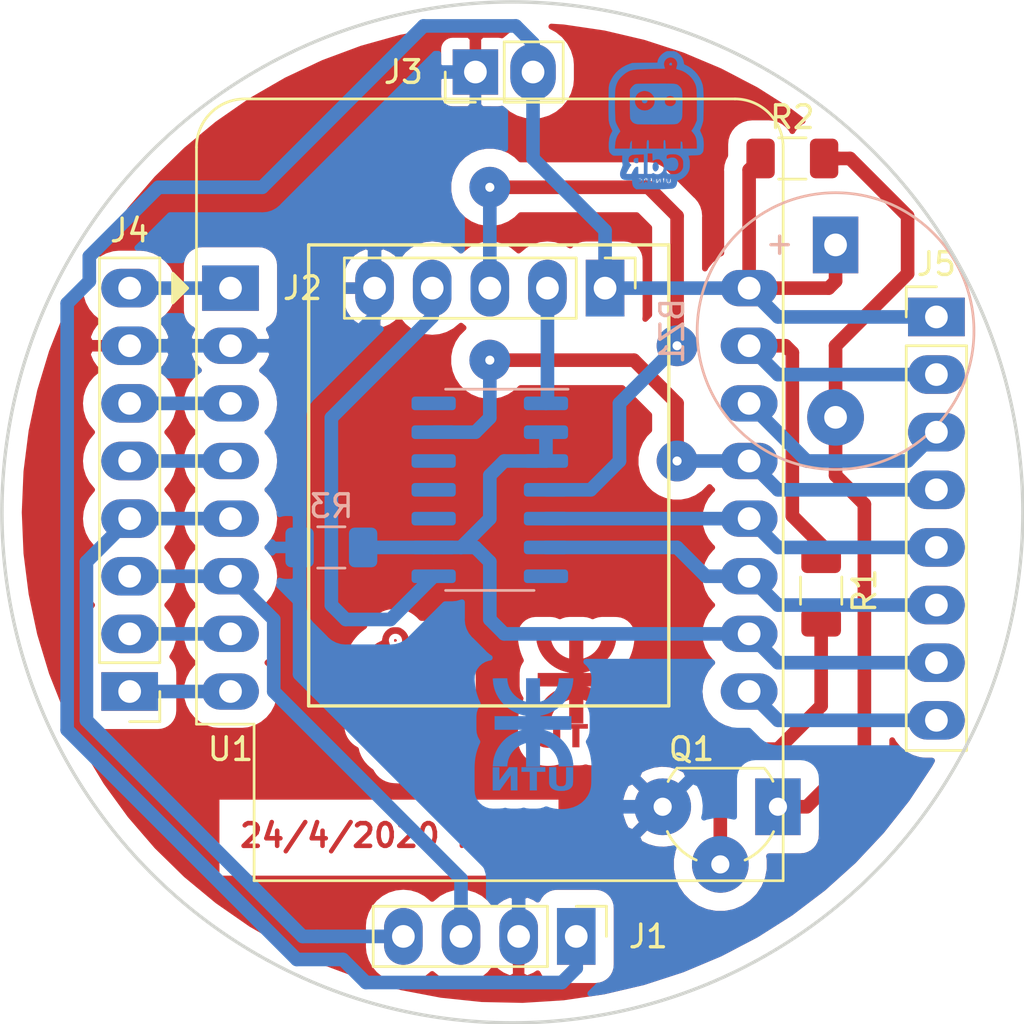
<source format=kicad_pcb>
(kicad_pcb (version 20171130) (host pcbnew "(5.1.5)-3")
  (title_block (title "Mainboard Coheteria") (date 2019-10-20) (rev 1) (company CdR))
  (layers (0 F.Cu signal) (31 B.Cu signal) (34 B.Paste user) (35 F.Paste user) (36 B.SilkS user) (37 F.SilkS user) (38 B.Mask user) (39 F.Mask user) (44 Edge.Cuts user))
  (net 0 "")
  (net 1 3v3)
  (net 2 GND)
  (net 3 "Net-(BZ1-Pad2)")
  (net 4 SCL)
  (net 5 SDA)
  (net 6 "Net-(Q1-Pad2)")
  (net 7 Buzzer)
  (net 8 "Net-(J2-Pad2)")
  (net 9 "Net-(J2-Pad3)")
  (net 10 "Net-(J2-Pad4)")
  (net 11 Analog)
  (net 12 Y_Sel)
  (net 13 Z_Sel)
  (net 14 "Net-(U2-Pad7)")
  (net 15 X_Sel)
  (net 16 "Net-(U2-Pad14)")
  (net 17 "Net-(J4-Pad8)")
  (net 18 "Net-(J4-Pad6)")
  (net 19 "Net-(J4-Pad5)")
  (net 20 "Net-(J4-Pad2)")
  (net 21 "Net-(J4-Pad1)")
  (net 22 "Net-(J5-Pad3)")
  (net 23 "Net-(J5-Pad8)")
  (module Buzzer_Beeper:Buzzer_12x9.5RM7.6 (layer B.Cu) (at 182.245 93.98 270)
    (fp_text reference BZ1 (at 3.8 7.2 90) (layer B.SilkS) (effects (justify mirror)))
    (fp_text value Buzzer)
    (fp_text user + (at -0.01 2.54 90) (layer B.SilkS) (effects (justify mirror)))
    (pad 1 thru_hole rect (at 0 0 270) (size 2.5 2) (drill 1) (layers *.Cu *.Mask) (net 1 3v3))
    (pad 2 thru_hole circle (at 7.6 0 270) (size 2.5 2.5) (drill 1) (layers *.Cu *.Mask) (net 3 "Net-(BZ1-Pad2)"))
  )
  (module Connector_PinHeader_2.54mm:PinHeader_1x04_P2.54mm_Vertical (layer F.Cu) (at 170.815 124.46 270)
    (fp_text reference J1 (at 0 -3.175 180) (layer F.SilkS))
    (fp_text value Conn_01x04)
    (pad 1 thru_hole rect (at 0 0 270) (size 2.5 1.7) (drill 1) (layers *.Cu *.Mask) (net 1 3v3))
    (pad 2 thru_hole oval (at 0 2.54 270) (size 2.5 1.7) (drill 1) (layers *.Cu *.Mask) (net 2 GND))
    (pad 3 thru_hole oval (at 0 5.08 270) (size 2.5 1.7) (drill 1) (layers *.Cu *.Mask) (net 4 SCL))
    (pad 4 thru_hole oval (at 0 7.62 270) (size 2.5 1.7) (drill 1) (layers *.Cu *.Mask) (net 5 SDA))
  )
  (module Connector_PinHeader_2.54mm:PinHeader_1x05_P2.54mm_Vertical (layer F.Cu) (at 172.085 95.885 270)
    (fp_text reference J2 (at 0 13.335 180) (layer F.SilkS))
    (fp_text value Conn_01x05)
    (pad 1 thru_hole rect (at 0 0 270) (size 2.5 1.7) (drill 1) (layers *.Cu *.Mask) (net 1 3v3))
    (pad 2 thru_hole oval (at 0 2.54 270) (size 2.5 1.7) (drill 1) (layers *.Cu *.Mask) (net 8 "Net-(J2-Pad2)"))
    (pad 3 thru_hole oval (at 0 5.08 270) (size 2.5 1.7) (drill 1) (layers *.Cu *.Mask) (net 9 "Net-(J2-Pad3)"))
    (pad 4 thru_hole oval (at 0 7.62 270) (size 2.5 1.7) (drill 1) (layers *.Cu *.Mask) (net 10 "Net-(J2-Pad4)"))
    (pad 5 thru_hole oval (at 0 10.16 270) (size 2.5 1.7) (drill 1) (layers *.Cu *.Mask) (net 2 GND))
  )
  (module Package_TO_SOT_THT:TO-92L_Wide (layer F.Cu) (at 179.705 118.745 180)
    (fp_text reference Q1 (at 3.81 2.54) (layer F.SilkS))
    (fp_text value BC548)
    (pad 2 thru_hole circle (at 2.54 -2.54 270) (size 2.5 2.5) (drill 0.8) (layers *.Cu *.Mask) (net 6 "Net-(Q1-Pad2)"))
    (pad 3 thru_hole circle (at 5.08 0 270) (size 2.5 2.5) (drill 0.8) (layers *.Cu *.Mask) (net 2 GND))
    (pad 1 thru_hole rect (at 0 0 270) (size 2.5 2) (drill 0.8) (layers *.Cu *.Mask) (net 3 "Net-(BZ1-Pad2)"))
  )
  (module Resistor_SMD:R_1206_3216Metric (layer F.Cu) (at 181.61 109.22 90)
    (fp_text reference R1 (at 0 1.905 90) (layer F.SilkS))
    (fp_text value 10k)
    (pad 1 smd roundrect (at -1.4 0 90) (size 1.25 1.75) (layers F.Cu F.Paste F.Mask) (roundrect_rratio 0.2) (net 6 "Net-(Q1-Pad2)"))
    (pad 2 smd roundrect (at 1.4 0 90) (size 1.25 1.75) (layers F.Cu F.Paste F.Mask) (roundrect_rratio 0.2) (net 7 Buzzer))
  )
  (module Resistor_SMD:R_1206_3216Metric (layer F.Cu) (at 180.34 90.17)
    (fp_text reference R2 (at 0 -1.82) (layer F.SilkS))
    (fp_text value 10k)
    (pad 2 smd roundrect (at 1.4 0) (size 1.25 1.75) (layers F.Cu F.Paste F.Mask) (roundrect_rratio 0.2) (net 3 "Net-(BZ1-Pad2)"))
    (pad 1 smd roundrect (at -1.4 0) (size 1.25 1.75) (layers F.Cu F.Paste F.Mask) (roundrect_rratio 0.2) (net 1 3v3))
  )
  (module Resistor_SMD:R_1206_3216Metric (layer B.Cu) (at 160.02 107.315 180)
    (fp_text reference R3 (at 0 1.82) (layer B.SilkS) (effects (justify mirror)))
    (fp_text value 10K)
    (pad 1 smd roundrect (at -1.4 0 180) (size 1.25 1.75) (layers B.Cu B.Paste B.Mask) (roundrect_rratio 0.2) (net 11 Analog))
    (pad 2 smd roundrect (at 1.4 0 180) (size 1.25 1.75) (layers B.Cu B.Paste B.Mask) (roundrect_rratio 0.2) (net 2 GND))
  )
  (module Module:WEMOS_D1_mini_light (layer F.Cu) (at 155.575 95.885)
    (fp_text reference U1 (at 0 20.32) (layer F.SilkS))
    (fp_text value WeMos_mini)
    (pad 2 thru_hole oval (at 0 2.54) (size 2.5 1.6) (drill 1) (layers *.Cu *.Mask) (net 2 GND))
    (pad 1 thru_hole rect (at 0 0) (size 2.5 2) (drill 1) (layers *.Cu *.Mask) (net 17 "Net-(J4-Pad8)"))
    (pad 3 thru_hole oval (at 0 5.08) (size 2.5 1.6) (drill 1) (layers *.Cu *.Mask) (net 18 "Net-(J4-Pad6)"))
    (pad 4 thru_hole oval (at 0 7.62) (size 2.5 1.6) (drill 1) (layers *.Cu *.Mask) (net 19 "Net-(J4-Pad5)"))
    (pad 5 thru_hole oval (at 0 10.16) (size 2.5 1.6) (drill 1) (layers *.Cu *.Mask) (net 5 SDA))
    (pad 6 thru_hole oval (at 0 12.7) (size 2.5 1.6) (drill 1) (layers *.Cu *.Mask) (net 4 SCL))
    (pad 7 thru_hole oval (at 0 15.24) (size 2.5 1.6) (drill 1) (layers *.Cu *.Mask) (net 20 "Net-(J4-Pad2)"))
    (pad 8 thru_hole oval (at 0 17.78) (size 2.5 1.6) (drill 1) (layers *.Cu *.Mask) (net 21 "Net-(J4-Pad1)"))
    (pad 9 thru_hole oval (at 22.86 17.78) (size 2.5 1.6) (drill 1) (layers *.Cu *.Mask) (net 23 "Net-(J5-Pad8)"))
    (pad 10 thru_hole oval (at 22.86 15.24) (size 2.5 1.6) (drill 1) (layers *.Cu *.Mask) (net 11 Analog))
    (pad 11 thru_hole oval (at 22.86 12.7) (size 2.5 1.6) (drill 1) (layers *.Cu *.Mask) (net 15 X_Sel))
    (pad 12 thru_hole oval (at 22.86 10.16) (size 2.5 1.6) (drill 1) (layers *.Cu *.Mask) (net 12 Y_Sel))
    (pad 13 thru_hole oval (at 22.86 7.62) (size 2.5 1.6) (drill 1) (layers *.Cu *.Mask) (net 13 Z_Sel))
    (pad 14 thru_hole oval (at 22.86 5.08) (size 2.5 1.6) (drill 1) (layers *.Cu *.Mask) (net 22 "Net-(J5-Pad3)"))
    (pad 15 thru_hole oval (at 22.86 2.54) (size 2.5 1.6) (drill 1) (layers *.Cu *.Mask) (net 7 Buzzer))
    (pad 16 thru_hole oval (at 22.86 0) (size 2.5 1.6) (drill 1) (layers *.Cu *.Mask) (net 1 3v3))
  )
  (module Package_SO:SOIC-14_3.9x8.7mm_P1.27mm (layer B.Cu) (at 167.005 104.775 180)
    (fp_text reference U2 hide)
    (fp_text value 4066)
    (pad 1 smd roundrect (at -2.475 3.81 180) (size 1.95 0.6) (layers B.Cu B.Paste B.Mask) (net 8 "Net-(J2-Pad2)"))
    (pad 2 smd roundrect (at -2.475 2.54 180) (size 1.95 0.6) (layers B.Cu B.Paste B.Mask) (net 11 Analog))
    (pad 3 smd roundrect (at -2.475 1.27 180) (size 1.95 0.6) (layers B.Cu B.Paste B.Mask) (net 11 Analog))
    (pad 4 smd roundrect (at -2.475 0 180) (size 1.95 0.6) (layers B.Cu B.Paste B.Mask) (net 9 "Net-(J2-Pad3)"))
    (pad 5 smd roundrect (at -2.475 -1.27 180) (size 1.95 0.6) (layers B.Cu B.Paste B.Mask) (net 12 Y_Sel))
    (pad 6 smd roundrect (at -2.475 -2.54 180) (size 1.95 0.6) (layers B.Cu B.Paste B.Mask) (net 15 X_Sel))
    (pad 7 smd roundrect (at -2.475 -3.81 180) (size 1.95 0.6) (layers B.Cu B.Paste B.Mask) (net 14 "Net-(U2-Pad7)"))
    (pad 8 smd roundrect (at 2.475 -3.81 180) (size 1.95 0.6) (layers B.Cu B.Paste B.Mask) (net 10 "Net-(J2-Pad4)"))
    (pad 9 smd roundrect (at 2.475 -2.54 180) (size 1.95 0.6) (layers B.Cu B.Paste B.Mask) (net 11 Analog))
    (pad 10 smd roundrect (at 2.475 -1.27 180) (size 1.95 0.6) (layers B.Cu B.Paste B.Mask))
    (pad 11 smd roundrect (at 2.475 0 180) (size 1.95 0.6) (layers B.Cu B.Paste B.Mask))
    (pad 12 smd roundrect (at 2.475 1.27 180) (size 1.95 0.6) (layers B.Cu B.Paste B.Mask))
    (pad 13 smd roundrect (at 2.475 2.54 180) (size 1.95 0.6) (layers B.Cu B.Paste B.Mask) (net 13 Z_Sel))
    (pad 14 smd roundrect (at 2.475 3.81 180) (size 1.95 0.6) (layers B.Cu B.Paste B.Mask) (net 16 "Net-(U2-Pad14)"))
  )
  (module Connector_PinHeader_2.54mm:PinHeader_1x02_P2.54mm_Vertical (layer F.Cu) (at 166.37 86.36 90)
    (fp_text reference J3 (at 0 -3.175 180) (layer F.SilkS))
    (fp_text value Conn_01x02)
    (pad 1 thru_hole rect (at 0 0 90) (size 2 2) (drill 1) (layers *.Cu *.Mask) (net 2 GND))
    (pad 2 thru_hole oval (at 0 2.54 90) (size 2.5 2) (drill 1) (layers *.Cu *.Mask) (net 1 3v3))
  )
  (module Connector_PinHeader_2.54mm:PinHeader_1x08_P2.54mm_Vertical (layer F.Cu) (at 151.13 113.665 180)
    (fp_text reference J4 (at 0 20.32) (layer F.SilkS))
    (fp_text value Conn_01x08)
    (pad 8 thru_hole oval (at 0 17.78 180) (size 2.5 1.7) (drill 1) (layers *.Cu *.Mask) (net 17 "Net-(J4-Pad8)"))
    (pad 7 thru_hole oval (at 0 15.24 180) (size 2.5 1.7) (drill 1) (layers *.Cu *.Mask) (net 2 GND))
    (pad 6 thru_hole oval (at 0 12.7 180) (size 2.5 1.7) (drill 1) (layers *.Cu *.Mask) (net 18 "Net-(J4-Pad6)"))
    (pad 5 thru_hole oval (at 0 10.16 180) (size 2.5 1.7) (drill 1) (layers *.Cu *.Mask) (net 19 "Net-(J4-Pad5)"))
    (pad 4 thru_hole oval (at 0 7.62 180) (size 2.5 1.7) (drill 1) (layers *.Cu *.Mask) (net 5 SDA))
    (pad 3 thru_hole oval (at 0 5.08 180) (size 2.5 1.7) (drill 1) (layers *.Cu *.Mask) (net 4 SCL))
    (pad 2 thru_hole oval (at 0 2.54 180) (size 2.5 1.7) (drill 1) (layers *.Cu *.Mask) (net 20 "Net-(J4-Pad2)"))
    (pad 1 thru_hole rect (at 0 0 180) (size 2.5 1.7) (drill 1) (layers *.Cu *.Mask) (net 21 "Net-(J4-Pad1)"))
  )
  (module Connector_PinHeader_2.54mm:PinHeader_1x08_P2.54mm_Vertical (layer F.Cu) (at 186.69 97.155)
    (fp_text reference J5 (at 0 -2.33) (layer F.SilkS))
    (fp_text value Conn_01x08)
    (pad 1 thru_hole rect (at 0 0) (size 2.5 1.7) (drill 1) (layers *.Cu *.Mask) (net 1 3v3))
    (pad 2 thru_hole oval (at 0 2.54) (size 2.5 1.7) (drill 1) (layers *.Cu *.Mask) (net 7 Buzzer))
    (pad 3 thru_hole oval (at 0 5.08) (size 2.5 1.7) (drill 1) (layers *.Cu *.Mask) (net 22 "Net-(J5-Pad3)"))
    (pad 4 thru_hole oval (at 0 7.62) (size 2.5 1.7) (drill 1) (layers *.Cu *.Mask) (net 13 Z_Sel))
    (pad 5 thru_hole oval (at 0 10.16) (size 2.5 1.7) (drill 1) (layers *.Cu *.Mask) (net 12 Y_Sel))
    (pad 6 thru_hole oval (at 0 12.7) (size 2.5 1.7) (drill 1) (layers *.Cu *.Mask) (net 15 X_Sel))
    (pad 7 thru_hole oval (at 0 15.24) (size 2.5 1.7) (drill 1) (layers *.Cu *.Mask) (net 11 Analog))
    (pad 8 thru_hole oval (at 0 17.78) (size 2.5 1.7) (drill 1) (layers *.Cu *.Mask) (net 23 "Net-(J5-Pad8)"))
  )
  (module kicad:logo (layer F.Cu) (at 173.99 88.265)
    (fp_text reference "" hide)
    (fp_text value "" hide)
    (fp_poly (pts (xy 0.916076 -2.825494) (xy 0.867245 -2.824056) (xy 0.831702 -2.820429) (xy 0.803392 -2.81361) (xy 0.776258 -2.802592) (xy 0.744245 -2.786369) (xy 0.74295 -2.785689) (xy 0.649109 -2.725985) (xy 0.566138 -2.652863) (xy 0.49755 -2.570575) (xy 0.446863 -2.483373) (xy 0.417592 -2.395512) (xy 0.416728 -2.391043) (xy 0.402508 -2.314575) (xy -0.151171 -2.308637) (xy -0.70485 -2.3027) (xy -0.80645 -2.268412) (xy -0.98688 -2.195261) (xy -1.151747 -2.103259) (xy -1.299954 -1.993398) (xy -1.430404 -1.866668) (xy -1.542 -1.724061) (xy -1.633645 -1.566567) (xy -1.668934 -1.489073) (xy -1.684626 -1.45135) (xy -1.697944 -1.417651) (xy -1.709103 -1.385574) (xy -1.718318 -1.352715) (xy -1.725801 -1.31667) (xy -1.731767 -1.275037) (xy -1.73643 -1.225411) (xy -1.740005 -1.165389) (xy -1.742704 -1.092568) (xy -1.744743 -1.004544) (xy -1.746334 -0.898913) (xy -1.747693 -0.773273) (xy -1.749033 -0.62522) (xy -1.749379 -0.585717) (xy -1.750766 -0.412002) (xy -1.751508 -0.261353) (xy -1.751361 -0.13144) (xy -1.750083 -0.019934) (xy -1.747433 0.075495) (xy -1.743168 0.157178) (xy -1.737045 0.227444) (xy -1.728823 0.288624) (xy -1.71826 0.343048) (xy -1.705112 0.393045) (xy -1.689138 0.440946) (xy -1.670096 0.489081) (xy -1.647743 0.53978) (xy -1.627941 0.582419) (xy -1.578025 0.688589) (xy -1.640369 0.811019) (xy -1.671533 0.875264) (xy -1.692778 0.928793) (xy -1.707585 0.982464) (xy -1.71944 1.047137) (xy -1.722425 1.0668) (xy -1.730647 1.139703) (xy -1.735769 1.2222) (xy -1.73789 1.308999) (xy -1.737112 1.394807) (xy -1.733536 1.474333) (xy -1.727263 1.542285) (xy -1.718394 1.59337) (xy -1.71198 1.613465) (xy -1.690097 1.648481) (xy -1.655251 1.688393) (xy -1.614311 1.726766) (xy -1.574143 1.757162) (xy -1.541616 1.773144) (xy -1.518859 1.775458) (xy -1.47615 1.776846) (xy -1.418925 1.777232) (xy -1.352617 1.776545) (xy -1.327961 1.77603) (xy -1.143257 1.77165) (xy -1.143563 1.9431) (xy -1.14287 2.010043) (xy -1.140757 2.070885) (xy -1.137536 2.119525) (xy -1.133522 2.149862) (xy -1.132815 2.15265) (xy -1.127881 2.180536) (xy -1.129836 2.212237) (xy -1.139852 2.25242) (xy -1.1591 2.305752) (xy -1.188752 2.376901) (xy -1.189587 2.378833) (xy -1.227295 2.485373) (xy -1.242922 2.579938) (xy -1.236452 2.663138) (xy -1.207867 2.735583) (xy -1.17856 2.775902) (xy -1.14251 2.807946) (xy -1.096456 2.831159) (xy -1.036652 2.846509) (xy -0.959351 2.854966) (xy -0.863177 2.8575) (xy -0.714964 2.8575) (xy -0.706897 2.962112) (xy -0.693368 3.053962) (xy -0.66744 3.126519) (xy -0.627331 3.183563) (xy -0.585607 3.219333) (xy -0.531253 3.25755) (xy -0.021151 3.259084) (xy 0.103557 3.259168) (xy 0.231667 3.258727) (xy 0.358325 3.257814) (xy 0.478676 3.256481) (xy 0.587868 3.254782) (xy 0.681046 3.25277) (xy 0.7493 3.250656) (xy 0.832502 3.246984) (xy 0.911031 3.242619) (xy 0.979861 3.237909) (xy 1.033968 3.233203) (xy 1.068326 3.228849) (xy 1.07093 3.228358) (xy 1.138409 3.202472) (xy 1.193652 3.155611) (xy 1.235138 3.089827) (xy 1.261349 3.007172) (xy 1.26806 2.962088) (xy 1.27635 2.880004) (xy 1.353975 2.851934) (xy 1.391953 2.834537) (xy 0.999241 2.834537) (xy 0.998775 2.875558) (xy 0.991837 2.919983) (xy 0.979763 2.957666) (xy 0.969974 2.973541) (xy 0.939651 2.990952) (xy 0.897713 2.997023) (xy 0.855536 2.991218) (xy 0.832306 2.980053) (xy 0.818165 2.957736) (xy 0.807156 2.919151) (xy 0.800607 2.873366) (xy 0.799849 2.829449) (xy 0.805599 2.797989) (xy 0.808808 2.794) (xy 0.71755 2.794) (xy 0.716544 2.805702) (xy 0.71195 2.8067) (xy 0.702335 2.81769) (xy 0.6985 2.843027) (xy 0.69665 2.885565) (xy 0.691873 2.927714) (xy 0.685327 2.963028) (xy 0.678175 2.985059) (xy 0.672346 2.98839) (xy 0.666326 2.971046) (xy 0.660743 2.936552) (xy 0.659961 2.92813) (xy 0.544242 2.92813) (xy 0.541664 2.966684) (xy 0.536512 2.988258) (xy 0.529483 2.990157) (xy 0.521276 2.969688) (xy 0.520208 2.96545) (xy 0.513574 2.926375) (xy 0.509575 2.881458) (xy 0.509384 2.87655) (xy 0.507762 2.82575) (xy 0.471254 2.88925) (xy 0.437386 2.941722) (xy 0.406661 2.977041) (xy 0.381484 2.992804) (xy 0.369101 2.991344) (xy 0.362325 2.975121) (xy 0.357927 2.941545) (xy 0.355951 2.898515) (xy 0.355994 2.894541) (xy 0.2794 2.894541) (xy 0.268854 2.90955) (xy 0.245142 2.915723) (xy 0.230737 2.913643) (xy 0.206501 2.908604) (xy 0.201412 2.9083) (xy 0.194797 2.900458) (xy 0.19685 2.8956) (xy 0.212752 2.886797) (xy 0.239062 2.883238) (xy 0.264785 2.885064) (xy 0.278929 2.892416) (xy 0.2794 2.894541) (xy 0.355994 2.894541) (xy 0.356444 2.85393) (xy 0.35945 2.81569) (xy 0.365015 2.791695) (xy 0.367928 2.78788) (xy 0.379695 2.792434) (xy 0.389019 2.821645) (xy 0.395716 2.87487) (xy 0.396665 2.88749) (xy 0.40005 2.936531) (xy 0.451063 2.86209) (xy 0.485497 2.815529) (xy 0.510335 2.792008) (xy 0.527137 2.791753) (xy 0.537463 2.814984) (xy 0.542872 2.861925) (xy 0.543549 2.875289) (xy 0.544242 2.92813) (xy 0.659961 2.92813) (xy 0.657529 2.90195) (xy 0.653176 2.856993) (xy 0.647138 2.820054) (xy 0.6424 2.803525) (xy 0.639416 2.78794) (xy 0.653631 2.781947) (xy 0.670992 2.7813) (xy 0.1651 2.7813) (xy 0.1651 2.869161) (xy 0.163166 2.932104) (xy 0.157542 2.973261) (xy 0.148497 2.991401) (xy 0.138991 2.988528) (xy 0.130494 2.969355) (xy 0.124803 2.94005) (xy 0.117061 2.911716) (xy 0.096535 2.899401) (xy 0.08255 2.896915) (xy 0.05766 2.893014) (xy 0.056443 2.889374) (xy 0.074999 2.883926) (xy 0.105086 2.869161) (xy -0.0381 2.869161) (xy -0.039167 2.916486) (xy -0.041962 2.955384) (xy -0.04578 2.977038) (xy -0.057741 2.990747) (xy -0.069978 2.983905) (xy -0.076157 2.960487) (xy -0.0762 2.957951) (xy -0.083715 2.931544) (xy -0.103282 2.924354) (xy -0.130433 2.936308) (xy -0.154339 2.959275) (xy -0.17676 2.983853) (xy -0.191883 2.996214) (xy -0.194708 2.996404) (xy -0.195418 2.982068) (xy -0.193023 2.949101) (xy -0.188031 2.904019) (xy -0.186671 2.893396) (xy -0.183209 2.871) (xy -0.265598 2.871) (xy -0.268178 2.91463) (xy -0.289825 2.955061) (xy -0.32385 2.982534) (xy -0.352342 2.9923) (xy -0.385697 2.996317) (xy -0.414892 2.994498) (xy -0.430906 2.986755) (xy -0.4318 2.983591) (xy -0.421221 2.974253) (xy -0.403225 2.973259) (xy -0.35541 2.968424) (xy -0.319282 2.945135) (xy -0.299313 2.90817) (xy -0.299851 2.862787) (xy -0.320128 2.827972) (xy -0.359457 2.80974) (xy -0.392865 2.8067) (xy -0.419975 2.803094) (xy -0.431782 2.794379) (xy -0.4318 2.794) (xy -0.421053 2.784254) (xy -0.394287 2.781706) (xy -0.359708 2.785932) (xy -0.325526 2.796505) (xy -0.318408 2.79988) (xy -0.282278 2.830605) (xy -0.265598 2.871) (xy -0.183209 2.871) (xy -0.178427 2.840066) (xy -0.167629 2.807126) (xy -0.149563 2.789656) (xy -0.119515 2.782738) (xy -0.079375 2.781473) (xy -0.0381 2.7813) (xy -0.0381 2.869161) (xy 0.105086 2.869161) (xy 0.109761 2.866867) (xy 0.123028 2.841789) (xy 0.113013 2.812751) (xy 0.108623 2.807443) (xy 0.093771 2.789374) (xy 0.097442 2.782438) (xy 0.122985 2.7813) (xy 0.1651 2.7813) (xy 0.670992 2.7813) (xy 0.700825 2.785082) (xy 0.71755 2.794) (xy 0.808808 2.794) (xy 0.815838 2.785263) (xy 0.826136 2.793565) (xy 0.834257 2.818628) (xy 0.837966 2.856184) (xy 0.838006 2.859848) (xy 0.843934 2.918215) (xy 0.86072 2.955846) (xy 0.887716 2.971435) (xy 0.893481 2.9718) (xy 0.920911 2.966842) (xy 0.938968 2.948977) (xy 0.950487 2.913717) (xy 0.956711 2.871652) (xy 0.963587 2.823704) (xy 0.971408 2.799038) (xy 0.981327 2.795536) (xy 0.991898 2.807067) (xy 0.999241 2.834537) (xy 1.391953 2.834537) (xy 1.469134 2.799182) (xy 1.572966 2.729655) (xy 1.662546 2.646438) (xy 1.734947 2.552618) (xy 1.787245 2.451279) (xy 1.812256 2.368725) (xy 1.818868 2.323973) (xy 1.824205 2.262785) (xy 1.827621 2.194117) (xy 1.828245 2.159) (xy 1.54305 2.159) (xy 1.542352 2.226447) (xy 1.539632 2.275235) (xy 1.533955 2.31208) (xy 1.524385 2.3437) (xy 1.513849 2.36855) (xy 1.461358 2.454424) (xy 1.391295 2.521962) (xy 1.303646 2.571175) (xy 1.26365 2.585734) (xy 1.218794 2.594681) (xy 1.156865 2.600197) (xy 1.085973 2.602198) (xy 1.014224 2.600596) (xy 0.949726 2.595306) (xy 0.913686 2.58946) (xy 0.857392 2.572481) (xy 0.822338 2.547914) (xy 0.804573 2.511412) (xy 0.8001 2.464549) (xy 0.802209 2.426881) (xy 0.807581 2.400912) (xy 0.81142 2.394803) (xy 0.828495 2.395658) (xy 0.860104 2.405393) (xy 0.884445 2.415345) (xy 0.928659 2.431226) (xy 0.978352 2.440158) (xy 1.042614 2.443658) (xy 1.055044 2.443816) (xy 1.10939 2.443616) (xy 1.145911 2.44074) (xy 1.172161 2.433466) (xy 1.195699 2.420072) (xy 1.212153 2.408008) (xy 1.266417 2.351084) (xy 1.302215 2.278322) (xy 1.30998 2.23728) (xy 0.684433 2.23728) (xy 0.680279 2.339177) (xy 0.671584 2.38914) (xy 0.65585 2.43893) (xy 0.628626 2.483468) (xy 0.599838 2.516934) (xy 0.533176 2.571969) (xy 0.459889 2.603196) (xy 0.382565 2.610209) (xy 0.303787 2.592606) (xy 0.257499 2.570409) (xy 0.225173 2.552329) (xy 0.207331 2.546463) (xy 0.196509 2.55224) (xy 0.187769 2.565054) (xy 0.176669 2.577939) (xy 0.159278 2.585687) (xy 0.129725 2.589545) (xy 0.082143 2.590762) (xy 0.066635 2.5908) (xy -0.03842 2.5908) (xy -0.1905 2.5908) (xy -0.443718 2.5908) (xy -0.45085 2.27965) (xy -0.496342 2.275835) (xy -0.531982 2.279712) (xy -0.566311 2.299033) (xy -0.601439 2.336024) (xy -0.639473 2.392911) (xy -0.682524 2.47192) (xy -0.683034 2.472921) (xy -0.74295 2.590683) (xy -0.860425 2.590741) (xy -0.91152 2.589982) (xy -0.951382 2.587897) (xy -0.974421 2.584856) (xy -0.9779 2.582969) (xy -0.971825 2.564869) (xy -0.955431 2.529962) (xy -0.931466 2.48322) (xy -0.902675 2.429618) (xy -0.871806 2.374129) (xy -0.841604 2.321728) (xy -0.814817 2.277389) (xy -0.794191 2.246085) (xy -0.78637 2.236119) (xy -0.748824 2.195011) (xy -0.80581 2.131628) (xy -0.848266 2.075729) (xy -0.870574 2.020898) (xy -0.875699 1.957863) (xy -0.872908 1.921805) (xy -0.858065 1.861618) (xy -0.826462 1.814583) (xy -0.77435 1.775726) (xy -0.754989 1.76534) (xy -0.732042 1.754404) (xy -0.709825 1.746215) (xy -0.684143 1.740287) (xy -0.650795 1.736135) (xy -0.605585 1.733274) (xy -0.544312 1.731218) (xy -0.462779 1.729483) (xy -0.441325 1.729089) (xy -0.1905 1.724549) (xy -0.1905 2.5908) (xy -0.03842 2.5908) (xy -0.03175 1.68275) (xy 0.18415 1.68275) (xy 0.1877 1.843958) (xy 0.191249 2.005167) (xy 0.27025 1.967793) (xy 0.351352 1.938439) (xy 0.425007 1.931709) (xy 0.494971 1.947432) (xy 0.516133 1.956662) (xy 0.584251 2.003058) (xy 0.635572 2.066864) (xy 0.669248 2.145723) (xy 0.684433 2.23728) (xy 1.30998 2.23728) (xy 1.318475 2.19239) (xy 1.318795 2.142225) (xy 1.307065 2.056557) (xy 1.28028 1.987979) (xy 1.236262 1.931688) (xy 1.214659 1.912598) (xy 1.155736 1.880654) (xy 1.083619 1.867379) (xy 1.002675 1.873094) (xy 0.93345 1.891934) (xy 0.877505 1.911279) (xy 0.840794 1.920505) (xy 0.819017 1.919039) (xy 0.807869 1.906307) (xy 0.803049 1.881736) (xy 0.802392 1.87446) (xy 0.801888 1.82239) (xy 0.812209 1.78377) (xy 0.83646 1.756027) (xy 0.877744 1.736591) (xy 0.939164 1.722891) (xy 0.994286 1.715509) (xy 1.11878 1.71059) (xy 1.230343 1.725106) (xy 1.327671 1.758479) (xy 1.409461 1.810126) (xy 1.474408 1.879467) (xy 1.513037 1.946566) (xy 1.52656 1.97982) (xy 1.535355 2.012437) (xy 1.540388 2.051255) (xy 1.542625 2.10311) (xy 1.54305 2.159) (xy 1.828245 2.159) (xy 1.828536 2.142681) (xy 1.827804 2.071563) (xy 1.824574 2.017373) (xy 1.817727 1.971675) (xy 1.806145 1.926036) (xy 1.79526 1.89153) (xy 1.78097 1.84419) (xy 1.772039 1.806241) (xy 1.769829 1.783862) (xy 1.770898 1.780848) (xy 1.785965 1.777515) (xy 1.822223 1.773866) (xy 1.875471 1.770193) (xy 1.941508 1.766791) (xy 2.010813 1.764123) (xy 2.087141 1.760946) (xy 2.156652 1.756773) (xy 2.214547 1.751991) (xy 2.256031 1.746989) (xy 2.275065 1.742748) (xy 2.332336 1.707692) (xy 2.382001 1.656575) (xy 2.415727 1.598215) (xy 2.418287 1.591206) (xy 2.426389 1.552887) (xy 2.432526 1.494885) (xy 2.436628 1.422841) (xy 2.438625 1.342403) (xy 2.438448 1.259212) (xy 2.436026 1.178915) (xy 2.431291 1.107155) (xy 2.424923 1.0541) (xy 2.412657 1.002865) (xy 2.390805 0.936477) (xy 2.36186 0.862127) (xy 2.344032 0.820915) (xy 2.276428 0.67028) (xy 2.320764 0.560565) (xy 2.345421 0.49471) (xy 2.371104 0.418321) (xy 2.393093 0.345605) (xy 2.397317 0.3302) (xy 2.405167 0.300175) (xy 2.411659 0.272533) (xy 2.416951 0.244502) (xy 2.419522 0.225646) (xy 2.1463 0.225646) (xy 2.096197 0.346033) (xy 2.033632 0.482071) (xy 1.969355 0.593776) (xy 1.935054 0.642445) (xy 1.903106 0.684331) (xy 1.9756 0.769786) (xy 2.036685 0.851457) (xy 2.082812 0.936743) (xy 2.115355 1.030138) (xy 2.135688 1.13614) (xy 2.145186 1.259243) (xy 2.1463 1.328267) (xy 2.1463 1.4732) (xy 1.51463 1.4732) (xy 1.508185 1.343025) (xy 1.504629 1.286091) (xy 1.500222 1.237235) (xy 1.495626 1.20298) (xy 1.492839 1.191606) (xy 1.476625 1.171189) (xy 1.454384 1.159511) (xy 1.437138 1.162129) (xy 1.433981 1.176854) (xy 1.430582 1.211751) (xy 1.427349 1.261602) (xy 1.42469 1.321178) (xy 1.41927 1.4732) (xy 0.762 1.4732) (xy 0.762 1.386216) (xy 0.760411 1.298841) (xy 0.755913 1.222925) (xy 0.748908 1.161766) (xy 0.7398 1.118663) (xy 0.728991 1.096916) (xy 0.726453 1.095335) (xy 0.706818 1.093643) (xy 0.692266 1.107224) (xy 0.682224 1.138317) (xy 0.676122 1.189161) (xy 0.673386 1.261995) (xy 0.6731 1.304177) (xy 0.6731 1.4732) (xy 0.0254 1.4732) (xy 0.0254 1.304177) (xy 0.024081 1.220604) (xy 0.01972 1.160002) (xy 0.011715 1.120062) (xy -0.000539 1.098472) (xy -0.017644 1.092921) (xy -0.029024 1.095746) (xy -0.044635 1.1142) (xy -0.056332 1.156349) (xy -0.064181 1.222623) (xy -0.06825 1.313453) (xy -0.06878 1.349367) (xy -0.06985 1.473184) (xy -0.396516 1.473192) (xy -0.723183 1.4732) (xy -0.726716 1.298575) (xy -0.73025 1.12395) (xy -0.765175 1.174523) (xy -0.791918 1.22581) (xy -0.800199 1.28046) (xy -0.80021 1.282473) (xy -0.801942 1.331252) (xy -0.806172 1.386481) (xy -0.808329 1.406525) (xy -0.816337 1.4732) (xy -1.47708 1.4732) (xy -1.469 1.331973) (xy -1.451321 1.172211) (xy -1.417311 1.030655) (xy -1.366433 0.905617) (xy -1.298148 0.79541) (xy -1.297471 0.794506) (xy -1.270708 0.758297) (xy -1.249653 0.728947) (xy -1.240147 0.714819) (xy -1.242441 0.697645) (xy -1.256688 0.663803) (xy -1.280811 0.617803) (xy -1.300012 0.58483) (xy -1.335321 0.523066) (xy -1.370842 0.455606) (xy -1.400801 0.393599) (xy -1.410422 0.371661) (xy -1.425527 0.334448) (xy -1.436689 0.302103) (xy -1.444742 0.269402) (xy -1.450522 0.231116) (xy -1.454863 0.182019) (xy -1.458599 0.116886) (xy -1.461666 0.0508) (xy -1.4649 -0.037605) (xy -1.467496 -0.140709) (xy -1.469458 -0.254698) (xy -1.470789 -0.375754) (xy -1.47149 -0.500062) (xy -1.471565 -0.623804) (xy -1.471016 -0.743165) (xy -1.469845 -0.854327) (xy -1.468056 -0.953475) (xy -1.46565 -1.036791) (xy -1.462631 -1.100461) (xy -1.460872 -1.12395) (xy -1.439141 -1.250723) (xy -1.398304 -1.379897) (xy -1.341722 -1.502023) (xy -1.304473 -1.563719) (xy -1.258594 -1.62327) (xy -1.197295 -1.689701) (xy -1.127031 -1.756985) (xy -1.054259 -1.819097) (xy -0.985437 -1.870011) (xy -0.957256 -1.887791) (xy -0.910906 -1.914387) (xy -0.867294 -1.93739) (xy -0.824183 -1.957108) (xy -0.779337 -1.973848) (xy -0.730519 -1.987918) (xy -0.675492 -1.999625) (xy -0.612017 -2.009276) (xy -0.53786 -2.017178) (xy -0.450782 -2.02364) (xy -0.348547 -2.028969) (xy -0.228917 -2.033471) (xy -0.089655 -2.037454) (xy 0.071475 -2.041226) (xy 0.175454 -2.04343) (xy 0.291123 -2.04594) (xy 0.398763 -2.048496) (xy 0.495758 -2.05102) (xy 0.579493 -2.053434) (xy 0.647351 -2.055659) (xy 0.696718 -2.057617) (xy 0.724977 -2.05923) (xy 0.730777 -2.060044) (xy 0.72944 -2.073707) (xy 0.720613 -2.103737) (xy 0.709669 -2.134357) (xy 0.689121 -2.220368) (xy 0.691951 -2.304428) (xy 0.716909 -2.382654) (xy 0.762745 -2.451161) (xy 0.828209 -2.506067) (xy 0.829576 -2.506917) (xy 0.906346 -2.540954) (xy 0.984921 -2.552035) (xy 1.061497 -2.541974) (xy 1.13227 -2.512589) (xy 1.193438 -2.465694) (xy 1.241196 -2.403106) (xy 1.271742 -2.32664) (xy 1.278274 -2.292683) (xy 1.279599 -2.244875) (xy 1.269874 -2.189563) (xy 1.257164 -2.145875) (xy 1.241329 -2.08946) (xy 1.237179 -2.05479) (xy 1.241107 -2.043114) (xy 1.258949 -2.033983) (xy 1.294477 -2.021503) (xy 1.340641 -2.008101) (xy 1.349991 -2.005661) (xy 1.433385 -1.981783) (xy 1.505036 -1.954647) (xy 1.574503 -1.919951) (xy 1.651344 -1.873388) (xy 1.668439 -1.862273) (xy 1.794434 -1.766133) (xy 1.904747 -1.654319) (xy 1.996348 -1.530397) (xy 2.066206 -1.397935) (xy 2.069505 -1.390118) (xy 2.085428 -1.349817) (xy 2.099009 -1.309779) (xy 2.110431 -1.267669) (xy 2.119876 -1.221154) (xy 2.127528 -1.167901) (xy 2.133569 -1.105577) (xy 2.138181 -1.031847) (xy 2.141549 -0.944378) (xy 2.143855 -0.840838) (xy 2.145281 -0.718892) (xy 2.14601 -0.576207) (xy 2.146226 -0.411052) (xy 2.1463 0.225646) (xy 2.419522 0.225646) (xy 2.421204 0.213314) (xy 2.424575 0.176197) (xy 2.427225 0.130381) (xy 2.429312 0.073096) (xy 2.430995 0.001571) (xy 2.432435 -0.086963) (xy 2.433789 -0.195277) (xy 2.435218 -0.326141) (xy 2.435261 -0.3302) (xy 2.436674 -0.52386) (xy 2.436487 -0.693922) (xy 2.434617 -0.842143) (xy 2.430982 -0.97028) (xy 2.425499 -1.080089) (xy 2.418086 -1.173327) (xy 2.408661 -1.251751) (xy 2.397141 -1.317118) (xy 2.387001 -1.3589) (xy 2.33056 -1.516989) (xy 2.252042 -1.668448) (xy 2.154131 -1.810151) (xy 2.039512 -1.938972) (xy 1.910869 -2.051788) (xy 1.770887 -2.145472) (xy 1.665353 -2.198986) (xy 1.620239 -2.21942) (xy 1.593111 -2.234913) (xy 1.578717 -2.250772) (xy 1.571801 -2.272304) (xy 1.568121 -2.297182) (xy 1.539812 -2.425941) (xy 1.491114 -2.540349) (xy 1.422711 -2.639435) (xy 1.335286 -2.72223) (xy 1.229523 -2.787762) (xy 1.2192 -2.792745) (xy 1.188053 -2.806503) (xy 1.159397 -2.815816) (xy 1.127148 -2.821538) (xy 1.085219 -2.824526) (xy 1.027526 -2.825633) (xy 0.98425 -2.82575) (xy 0.916076 -2.825494)) (layer B.Cu) (width 0.01))
    (fp_poly (pts (xy -0.128281 2.817221) (xy -0.142647 2.842264) (xy -0.138873 2.872048) (xy -0.137992 2.873702) (xy -0.117097 2.892958) (xy -0.092731 2.892845) (xy -0.084666 2.887133) (xy -0.078462 2.869369) (xy -0.0762 2.842683) (xy -0.0808 2.815672) (xy -0.097375 2.80683) (xy -0.101153 2.8067) (xy -0.128281 2.817221)) (layer B.Cu) (width 0.01))
    (fp_poly (pts (xy 0.278981 2.078122) (xy 0.242912 2.10453) (xy 0.2151 2.150499) (xy 0.195416 2.216637) (xy 0.191754 2.286934) (xy 0.203114 2.354394) (xy 0.228498 2.412025) (xy 0.257211 2.445502) (xy 0.295126 2.470224) (xy 0.329131 2.473275) (xy 0.366169 2.454468) (xy 0.381753 2.442167) (xy 0.413025 2.409121) (xy 0.437199 2.37222) (xy 0.439877 2.366375) (xy 0.454548 2.308894) (xy 0.454703 2.247996) (xy 0.442306 2.188844) (xy 0.419323 2.136601) (xy 0.387716 2.096432) (xy 0.349452 2.0735) (xy 0.327152 2.0701) (xy 0.278981 2.078122)) (layer B.Cu) (width 0.01))
    (fp_poly (pts (xy -0.517725 1.886503) (xy -0.575326 1.893912) (xy -0.614047 1.916574) (xy -0.636883 1.956823) (xy -0.643322 1.984545) (xy -0.64543 2.017619) (xy -0.635544 2.042909) (xy -0.612143 2.06951) (xy -0.581017 2.09524) (xy -0.5484 2.106316) (xy -0.514928 2.1082) (xy -0.472716 2.104415) (xy -0.451226 2.093654) (xy -0.449854 2.091136) (xy -0.447136 2.070681) (xy -0.446082 2.0327) (xy -0.446887 1.985024) (xy -0.447078 1.980011) (xy -0.45085 1.88595) (xy -0.517725 1.886503)) (layer B.Cu) (width 0.01))
    (fp_poly (pts (xy 0.464855 -1.395233) (xy 0.289338 -1.394116) (xy 0.238419 -1.39372) (xy 0.055958 -1.39202) (xy -0.103612 -1.390028) (xy -0.239911 -1.387756) (xy -0.352563 -1.385212) (xy -0.44119 -1.382406) (xy -0.505412 -1.379347) (xy -0.544853 -1.376045) (xy -0.556832 -1.373835) (xy -0.611489 -1.34624) (xy -0.66984 -1.299956) (xy -0.726234 -1.239913) (xy -0.756619 -1.199569) (xy -0.80645 -1.127223) (xy -0.80645 -0.503287) (xy -0.806418 -0.361148) (xy -0.806266 -0.242119) (xy -0.805902 -0.143909) (xy -0.805238 -0.064229) (xy -0.804184 -0.000788) (xy -0.802652 0.048705) (xy -0.800551 0.086539) (xy -0.797792 0.115004) (xy -0.794287 0.136391) (xy -0.789945 0.152991) (xy -0.784677 0.167092) (xy -0.779883 0.1778) (xy -0.733313 0.258216) (xy -0.676352 0.318206) (xy -0.60569 0.360018) (xy -0.518019 0.385897) (xy -0.461256 0.394164) (xy -0.426415 0.396398) (xy -0.369174 0.398334) (xy -0.292532 0.399972) (xy -0.199486 0.401312) (xy -0.093036 0.402352) (xy 0.023821 0.403092) (xy 0.148086 0.403531) (xy 0.276761 0.40367) (xy 0.406848 0.403506) (xy 0.535347 0.40304) (xy 0.659262 0.40227) (xy 0.775592 0.401197) (xy 0.881341 0.399819) (xy 0.97351 0.398137) (xy 1.049099 0.396148) (xy 1.0922 0.394498) (xy 1.167028 0.389672) (xy 1.226854 0.383033) (xy 1.267678 0.375099) (xy 1.281358 0.36995) (xy 1.332673 0.332947) (xy 1.385761 0.28179) (xy 1.432034 0.225515) (xy 1.457474 0.184659) (xy 1.466489 0.166505) (xy 1.473772 0.148985) (xy 1.479605 0.129123) (xy 1.484267 0.10394) (xy 1.488039 0.07046) (xy 1.491202 0.025703) (xy 1.494036 -0.033307) (xy 1.496822 -0.109548) (xy 1.49984 -0.205999) (xy 1.502386 -0.2921) (xy 1.506269 -0.465519) (xy 1.507338 -0.620111) (xy 1.2192 -0.620111) (xy 1.217733 -0.576019) (xy 1.210389 -0.545756) (xy 1.192754 -0.518091) (xy 1.16812 -0.490117) (xy 1.116694 -0.44084) (xy 1.068422 -0.41124) (xy 1.015752 -0.397961) (xy 0.95885 -0.397164) (xy 0.907454 -0.403665) (xy 0.858104 -0.415691) (xy 0.83425 -0.424793) (xy 0.777673 -0.46435) (xy 0.741387 -0.518897) (xy 0.725126 -0.5889) (xy 0.724229 -0.612573) (xy 0.284024 -0.612573) (xy 0.272908 -0.524235) (xy 0.262417 -0.486785) (xy 0.22295 -0.408201) (xy 0.163058 -0.336799) (xy 0.087549 -0.276862) (xy 0.001235 -0.232677) (xy -0.037202 -0.219813) (xy -0.107327 -0.208381) (xy -0.187647 -0.208231) (xy -0.266952 -0.218624) (xy -0.33403 -0.238822) (xy -0.335538 -0.239483) (xy -0.42435 -0.290048) (xy -0.493923 -0.355544) (xy -0.547461 -0.439005) (xy -0.548622 -0.44135) (xy -0.569859 -0.487247) (xy -0.582379 -0.52481) (xy -0.588371 -0.564271) (xy -0.590026 -0.615866) (xy -0.590007 -0.634693) (xy -0.579074 -0.746683) (xy -0.547704 -0.843717) (xy -0.496386 -0.925203) (xy -0.425606 -0.990545) (xy -0.335851 -1.039149) (xy -0.233865 -1.069197) (xy -0.150872 -1.074877) (xy -0.061119 -1.062191) (xy 0.026421 -1.032714) (xy 0.055496 -1.018387) (xy 0.11831 -0.974418) (xy 0.178397 -0.914857) (xy 0.228579 -0.847882) (xy 0.260591 -0.784694) (xy 0.279896 -0.703173) (xy 0.284024 -0.612573) (xy 0.724229 -0.612573) (xy 0.724109 -0.615724) (xy 0.73297 -0.693413) (xy 0.760102 -0.754691) (xy 0.807041 -0.802252) (xy 0.842788 -0.824022) (xy 0.917456 -0.84919) (xy 0.994692 -0.851852) (xy 1.069129 -0.833249) (xy 1.135403 -0.794625) (xy 1.182516 -0.745331) (xy 1.204898 -0.709402) (xy 1.215929 -0.674258) (xy 1.219166 -0.627749) (xy 1.2192 -0.620111) (xy 1.507338 -0.620111) (xy 1.507363 -0.623712) (xy 1.50573 -0.765042) (xy 1.501431 -0.887874) (xy 1.494525 -0.990572) (xy 1.485074 -1.071499) (xy 1.473138 -1.12902) (xy 1.471164 -1.135445) (xy 1.44945 -1.178635) (xy 1.4129 -1.228657) (xy 1.367904 -1.278385) (xy 1.320848 -1.320697) (xy 1.281717 -1.346702) (xy 1.257887 -1.357252) (xy 1.229527 -1.366323) (xy 1.194785 -1.374) (xy 1.151808 -1.380366) (xy 1.098745 -1.385505) (xy 1.033743 -1.389499) (xy 0.954952 -1.392434) (xy 0.86052 -1.39439) (xy 0.748594 -1.395454) (xy 0.617323 -1.395707) (xy 0.464855 -1.395233)) (layer B.Cu) (width 0.01))
    (fp_poly (pts (xy 0.955133 -2.296823) (xy 0.934487 -2.271848) (xy 0.928876 -2.24161) (xy 0.940381 -2.215451) (xy 0.962998 -2.202574) (xy 0.995327 -2.197101) (xy 1.024193 -2.200438) (xy 1.032934 -2.205567) (xy 1.04134 -2.227458) (xy 1.041339 -2.259339) (xy 1.034296 -2.289712) (xy 1.021574 -2.307077) (xy 1.020864 -2.307378) (xy 0.985648 -2.310633) (xy 0.955133 -2.296823)) (layer B.Cu) (width 0.01))
    (fp_poly (pts (xy -0.202022 -0.741743) (xy -0.24209 -0.717453) (xy -0.269894 -0.680488) (xy -0.2794 -0.636903) (xy -0.26836 -0.589199) (xy -0.237288 -0.554684) (xy -0.189252 -0.535993) (xy -0.15875 -0.5334) (xy -0.114102 -0.537609) (xy -0.08246 -0.552878) (xy -0.069272 -0.564573) (xy -0.042987 -0.606943) (xy -0.039094 -0.654666) (xy -0.057592 -0.701101) (xy -0.069243 -0.715696) (xy -0.109499 -0.743152) (xy -0.155792 -0.751072) (xy -0.202022 -0.741743)) (layer B.Cu) (width 0.01))
  )
  (module kicad:logo (layer B.Cu) (at 163.83 113.665 180)
    (fp_text reference "" hide)
    (fp_text value "" hide)
    (fp_poly (pts (xy 0.916076 2.825494) (xy 0.867245 2.824056) (xy 0.831702 2.820429) (xy 0.803392 2.81361) (xy 0.776258 2.802592) (xy 0.744245 2.786369) (xy 0.74295 2.785689) (xy 0.649109 2.725985) (xy 0.566138 2.652863) (xy 0.49755 2.570575) (xy 0.446863 2.483373) (xy 0.417592 2.395512) (xy 0.416728 2.391043) (xy 0.402508 2.314575) (xy -0.151171 2.308637) (xy -0.70485 2.3027) (xy -0.80645 2.268412) (xy -0.98688 2.195261) (xy -1.151747 2.103259) (xy -1.299954 1.993398) (xy -1.430404 1.866668) (xy -1.542 1.724061) (xy -1.633645 1.566567) (xy -1.668934 1.489073) (xy -1.684626 1.45135) (xy -1.697944 1.417651) (xy -1.709103 1.385574) (xy -1.718318 1.352715) (xy -1.725801 1.31667) (xy -1.731767 1.275037) (xy -1.73643 1.225411) (xy -1.740005 1.165389) (xy -1.742704 1.092568) (xy -1.744743 1.004544) (xy -1.746334 0.898913) (xy -1.747693 0.773273) (xy -1.749033 0.62522) (xy -1.749379 0.585717) (xy -1.750766 0.412002) (xy -1.751508 0.261353) (xy -1.751361 0.13144) (xy -1.750083 0.019934) (xy -1.747433 -0.075495) (xy -1.743168 -0.157178) (xy -1.737045 -0.227444) (xy -1.728823 -0.288624) (xy -1.71826 -0.343048) (xy -1.705112 -0.393045) (xy -1.689138 -0.440946) (xy -1.670096 -0.489081) (xy -1.647743 -0.53978) (xy -1.627941 -0.582419) (xy -1.578025 -0.688589) (xy -1.640369 -0.811019) (xy -1.671533 -0.875264) (xy -1.692778 -0.928793) (xy -1.707585 -0.982464) (xy -1.71944 -1.047137) (xy -1.722425 -1.0668) (xy -1.730647 -1.139703) (xy -1.735769 -1.2222) (xy -1.73789 -1.308999) (xy -1.737112 -1.394807) (xy -1.733536 -1.474333) (xy -1.727263 -1.542285) (xy -1.718394 -1.59337) (xy -1.71198 -1.613465) (xy -1.690097 -1.648481) (xy -1.655251 -1.688393) (xy -1.614311 -1.726766) (xy -1.574143 -1.757162) (xy -1.541616 -1.773144) (xy -1.518859 -1.775458) (xy -1.47615 -1.776846) (xy -1.418925 -1.777232) (xy -1.352617 -1.776545) (xy -1.327961 -1.77603) (xy -1.143257 -1.77165) (xy -1.143563 -1.9431) (xy -1.14287 -2.010043) (xy -1.140757 -2.070885) (xy -1.137536 -2.119525) (xy -1.133522 -2.149862) (xy -1.132815 -2.15265) (xy -1.127881 -2.180536) (xy -1.129836 -2.212237) (xy -1.139852 -2.25242) (xy -1.1591 -2.305752) (xy -1.188752 -2.376901) (xy -1.189587 -2.378833) (xy -1.227295 -2.485373) (xy -1.242922 -2.579938) (xy -1.236452 -2.663138) (xy -1.207867 -2.735583) (xy -1.17856 -2.775902) (xy -1.14251 -2.807946) (xy -1.096456 -2.831159) (xy -1.036652 -2.846509) (xy -0.959351 -2.854966) (xy -0.863177 -2.8575) (xy -0.714964 -2.8575) (xy -0.706897 -2.962112) (xy -0.693368 -3.053962) (xy -0.66744 -3.126519) (xy -0.627331 -3.183563) (xy -0.585607 -3.219333) (xy -0.531253 -3.25755) (xy -0.021151 -3.259084) (xy 0.103557 -3.259168) (xy 0.231667 -3.258727) (xy 0.358325 -3.257814) (xy 0.478676 -3.256481) (xy 0.587868 -3.254782) (xy 0.681046 -3.25277) (xy 0.7493 -3.250656) (xy 0.832502 -3.246984) (xy 0.911031 -3.242619) (xy 0.979861 -3.237909) (xy 1.033968 -3.233203) (xy 1.068326 -3.228849) (xy 1.07093 -3.228358) (xy 1.138409 -3.202472) (xy 1.193652 -3.155611) (xy 1.235138 -3.089827) (xy 1.261349 -3.007172) (xy 1.26806 -2.962088) (xy 1.27635 -2.880004) (xy 1.353975 -2.851934) (xy 1.391953 -2.834537) (xy 0.999241 -2.834537) (xy 0.998775 -2.875558) (xy 0.991837 -2.919983) (xy 0.979763 -2.957666) (xy 0.969974 -2.973541) (xy 0.939651 -2.990952) (xy 0.897713 -2.997023) (xy 0.855536 -2.991218) (xy 0.832306 -2.980053) (xy 0.818165 -2.957736) (xy 0.807156 -2.919151) (xy 0.800607 -2.873366) (xy 0.799849 -2.829449) (xy 0.805599 -2.797989) (xy 0.808808 -2.794) (xy 0.71755 -2.794) (xy 0.716544 -2.805702) (xy 0.71195 -2.8067) (xy 0.702335 -2.81769) (xy 0.6985 -2.843027) (xy 0.69665 -2.885565) (xy 0.691873 -2.927714) (xy 0.685327 -2.963028) (xy 0.678175 -2.985059) (xy 0.672346 -2.98839) (xy 0.666326 -2.971046) (xy 0.660743 -2.936552) (xy 0.659961 -2.92813) (xy 0.544242 -2.92813) (xy 0.541664 -2.966684) (xy 0.536512 -2.988258) (xy 0.529483 -2.990157) (xy 0.521276 -2.969688) (xy 0.520208 -2.96545) (xy 0.513574 -2.926375) (xy 0.509575 -2.881458) (xy 0.509384 -2.87655) (xy 0.507762 -2.82575) (xy 0.471254 -2.88925) (xy 0.437386 -2.941722) (xy 0.406661 -2.977041) (xy 0.381484 -2.992804) (xy 0.369101 -2.991344) (xy 0.362325 -2.975121) (xy 0.357927 -2.941545) (xy 0.355951 -2.898515) (xy 0.355994 -2.894541) (xy 0.2794 -2.894541) (xy 0.268854 -2.90955) (xy 0.245142 -2.915723) (xy 0.230737 -2.913643) (xy 0.206501 -2.908604) (xy 0.201412 -2.9083) (xy 0.194797 -2.900458) (xy 0.19685 -2.8956) (xy 0.212752 -2.886797) (xy 0.239062 -2.883238) (xy 0.264785 -2.885064) (xy 0.278929 -2.892416) (xy 0.2794 -2.894541) (xy 0.355994 -2.894541) (xy 0.356444 -2.85393) (xy 0.35945 -2.81569) (xy 0.365015 -2.791695) (xy 0.367928 -2.78788) (xy 0.379695 -2.792434) (xy 0.389019 -2.821645) (xy 0.395716 -2.87487) (xy 0.396665 -2.88749) (xy 0.40005 -2.936531) (xy 0.451063 -2.86209) (xy 0.485497 -2.815529) (xy 0.510335 -2.792008) (xy 0.527137 -2.791753) (xy 0.537463 -2.814984) (xy 0.542872 -2.861925) (xy 0.543549 -2.875289) (xy 0.544242 -2.92813) (xy 0.659961 -2.92813) (xy 0.657529 -2.90195) (xy 0.653176 -2.856993) (xy 0.647138 -2.820054) (xy 0.6424 -2.803525) (xy 0.639416 -2.78794) (xy 0.653631 -2.781947) (xy 0.670992 -2.7813) (xy 0.1651 -2.7813) (xy 0.1651 -2.869161) (xy 0.163166 -2.932104) (xy 0.157542 -2.973261) (xy 0.148497 -2.991401) (xy 0.138991 -2.988528) (xy 0.130494 -2.969355) (xy 0.124803 -2.94005) (xy 0.117061 -2.911716) (xy 0.096535 -2.899401) (xy 0.08255 -2.896915) (xy 0.05766 -2.893014) (xy 0.056443 -2.889374) (xy 0.074999 -2.883926) (xy 0.105086 -2.869161) (xy -0.0381 -2.869161) (xy -0.039167 -2.916486) (xy -0.041962 -2.955384) (xy -0.04578 -2.977038) (xy -0.057741 -2.990747) (xy -0.069978 -2.983905) (xy -0.076157 -2.960487) (xy -0.0762 -2.957951) (xy -0.083715 -2.931544) (xy -0.103282 -2.924354) (xy -0.130433 -2.936308) (xy -0.154339 -2.959275) (xy -0.17676 -2.983853) (xy -0.191883 -2.996214) (xy -0.194708 -2.996404) (xy -0.195418 -2.982068) (xy -0.193023 -2.949101) (xy -0.188031 -2.904019) (xy -0.186671 -2.893396) (xy -0.183209 -2.871) (xy -0.265598 -2.871) (xy -0.268178 -2.91463) (xy -0.289825 -2.955061) (xy -0.32385 -2.982534) (xy -0.352342 -2.9923) (xy -0.385697 -2.996317) (xy -0.414892 -2.994498) (xy -0.430906 -2.986755) (xy -0.4318 -2.983591) (xy -0.421221 -2.974253) (xy -0.403225 -2.973259) (xy -0.35541 -2.968424) (xy -0.319282 -2.945135) (xy -0.299313 -2.90817) (xy -0.299851 -2.862787) (xy -0.320128 -2.827972) (xy -0.359457 -2.80974) (xy -0.392865 -2.8067) (xy -0.419975 -2.803094) (xy -0.431782 -2.794379) (xy -0.4318 -2.794) (xy -0.421053 -2.784254) (xy -0.394287 -2.781706) (xy -0.359708 -2.785932) (xy -0.325526 -2.796505) (xy -0.318408 -2.79988) (xy -0.282278 -2.830605) (xy -0.265598 -2.871) (xy -0.183209 -2.871) (xy -0.178427 -2.840066) (xy -0.167629 -2.807126) (xy -0.149563 -2.789656) (xy -0.119515 -2.782738) (xy -0.079375 -2.781473) (xy -0.0381 -2.7813) (xy -0.0381 -2.869161) (xy 0.105086 -2.869161) (xy 0.109761 -2.866867) (xy 0.123028 -2.841789) (xy 0.113013 -2.812751) (xy 0.108623 -2.807443) (xy 0.093771 -2.789374) (xy 0.097442 -2.782438) (xy 0.122985 -2.7813) (xy 0.1651 -2.7813) (xy 0.670992 -2.7813) (xy 0.700825 -2.785082) (xy 0.71755 -2.794) (xy 0.808808 -2.794) (xy 0.815838 -2.785263) (xy 0.826136 -2.793565) (xy 0.834257 -2.818628) (xy 0.837966 -2.856184) (xy 0.838006 -2.859848) (xy 0.843934 -2.918215) (xy 0.86072 -2.955846) (xy 0.887716 -2.971435) (xy 0.893481 -2.9718) (xy 0.920911 -2.966842) (xy 0.938968 -2.948977) (xy 0.950487 -2.913717) (xy 0.956711 -2.871652) (xy 0.963587 -2.823704) (xy 0.971408 -2.799038) (xy 0.981327 -2.795536) (xy 0.991898 -2.807067) (xy 0.999241 -2.834537) (xy 1.391953 -2.834537) (xy 1.469134 -2.799182) (xy 1.572966 -2.729655) (xy 1.662546 -2.646438) (xy 1.734947 -2.552618) (xy 1.787245 -2.451279) (xy 1.812256 -2.368725) (xy 1.818868 -2.323973) (xy 1.824205 -2.262785) (xy 1.827621 -2.194117) (xy 1.828245 -2.159) (xy 1.54305 -2.159) (xy 1.542352 -2.226447) (xy 1.539632 -2.275235) (xy 1.533955 -2.31208) (xy 1.524385 -2.3437) (xy 1.513849 -2.36855) (xy 1.461358 -2.454424) (xy 1.391295 -2.521962) (xy 1.303646 -2.571175) (xy 1.26365 -2.585734) (xy 1.218794 -2.594681) (xy 1.156865 -2.600197) (xy 1.085973 -2.602198) (xy 1.014224 -2.600596) (xy 0.949726 -2.595306) (xy 0.913686 -2.58946) (xy 0.857392 -2.572481) (xy 0.822338 -2.547914) (xy 0.804573 -2.511412) (xy 0.8001 -2.464549) (xy 0.802209 -2.426881) (xy 0.807581 -2.400912) (xy 0.81142 -2.394803) (xy 0.828495 -2.395658) (xy 0.860104 -2.405393) (xy 0.884445 -2.415345) (xy 0.928659 -2.431226) (xy 0.978352 -2.440158) (xy 1.042614 -2.443658) (xy 1.055044 -2.443816) (xy 1.10939 -2.443616) (xy 1.145911 -2.44074) (xy 1.172161 -2.433466) (xy 1.195699 -2.420072) (xy 1.212153 -2.408008) (xy 1.266417 -2.351084) (xy 1.302215 -2.278322) (xy 1.30998 -2.23728) (xy 0.684433 -2.23728) (xy 0.680279 -2.339177) (xy 0.671584 -2.38914) (xy 0.65585 -2.43893) (xy 0.628626 -2.483468) (xy 0.599838 -2.516934) (xy 0.533176 -2.571969) (xy 0.459889 -2.603196) (xy 0.382565 -2.610209) (xy 0.303787 -2.592606) (xy 0.257499 -2.570409) (xy 0.225173 -2.552329) (xy 0.207331 -2.546463) (xy 0.196509 -2.55224) (xy 0.187769 -2.565054) (xy 0.176669 -2.577939) (xy 0.159278 -2.585687) (xy 0.129725 -2.589545) (xy 0.082143 -2.590762) (xy 0.066635 -2.5908) (xy -0.03842 -2.5908) (xy -0.1905 -2.5908) (xy -0.443718 -2.5908) (xy -0.45085 -2.27965) (xy -0.496342 -2.275835) (xy -0.531982 -2.279712) (xy -0.566311 -2.299033) (xy -0.601439 -2.336024) (xy -0.639473 -2.392911) (xy -0.682524 -2.47192) (xy -0.683034 -2.472921) (xy -0.74295 -2.590683) (xy -0.860425 -2.590741) (xy -0.91152 -2.589982) (xy -0.951382 -2.587897) (xy -0.974421 -2.584856) (xy -0.9779 -2.582969) (xy -0.971825 -2.564869) (xy -0.955431 -2.529962) (xy -0.931466 -2.48322) (xy -0.902675 -2.429618) (xy -0.871806 -2.374129) (xy -0.841604 -2.321728) (xy -0.814817 -2.277389) (xy -0.794191 -2.246085) (xy -0.78637 -2.236119) (xy -0.748824 -2.195011) (xy -0.80581 -2.131628) (xy -0.848266 -2.075729) (xy -0.870574 -2.020898) (xy -0.875699 -1.957863) (xy -0.872908 -1.921805) (xy -0.858065 -1.861618) (xy -0.826462 -1.814583) (xy -0.77435 -1.775726) (xy -0.754989 -1.76534) (xy -0.732042 -1.754404) (xy -0.709825 -1.746215) (xy -0.684143 -1.740287) (xy -0.650795 -1.736135) (xy -0.605585 -1.733274) (xy -0.544312 -1.731218) (xy -0.462779 -1.729483) (xy -0.441325 -1.729089) (xy -0.1905 -1.724549) (xy -0.1905 -2.5908) (xy -0.03842 -2.5908) (xy -0.03175 -1.68275) (xy 0.18415 -1.68275) (xy 0.1877 -1.843958) (xy 0.191249 -2.005167) (xy 0.27025 -1.967793) (xy 0.351352 -1.938439) (xy 0.425007 -1.931709) (xy 0.494971 -1.947432) (xy 0.516133 -1.956662) (xy 0.584251 -2.003058) (xy 0.635572 -2.066864) (xy 0.669248 -2.145723) (xy 0.684433 -2.23728) (xy 1.30998 -2.23728) (xy 1.318475 -2.19239) (xy 1.318795 -2.142225) (xy 1.307065 -2.056557) (xy 1.28028 -1.987979) (xy 1.236262 -1.931688) (xy 1.214659 -1.912598) (xy 1.155736 -1.880654) (xy 1.083619 -1.867379) (xy 1.002675 -1.873094) (xy 0.93345 -1.891934) (xy 0.877505 -1.911279) (xy 0.840794 -1.920505) (xy 0.819017 -1.919039) (xy 0.807869 -1.906307) (xy 0.803049 -1.881736) (xy 0.802392 -1.87446) (xy 0.801888 -1.82239) (xy 0.812209 -1.78377) (xy 0.83646 -1.756027) (xy 0.877744 -1.736591) (xy 0.939164 -1.722891) (xy 0.994286 -1.715509) (xy 1.11878 -1.71059) (xy 1.230343 -1.725106) (xy 1.327671 -1.758479) (xy 1.409461 -1.810126) (xy 1.474408 -1.879467) (xy 1.513037 -1.946566) (xy 1.52656 -1.97982) (xy 1.535355 -2.012437) (xy 1.540388 -2.051255) (xy 1.542625 -2.10311) (xy 1.54305 -2.159) (xy 1.828245 -2.159) (xy 1.828536 -2.142681) (xy 1.827804 -2.071563) (xy 1.824574 -2.017373) (xy 1.817727 -1.971675) (xy 1.806145 -1.926036) (xy 1.79526 -1.89153) (xy 1.78097 -1.84419) (xy 1.772039 -1.806241) (xy 1.769829 -1.783862) (xy 1.770898 -1.780848) (xy 1.785965 -1.777515) (xy 1.822223 -1.773866) (xy 1.875471 -1.770193) (xy 1.941508 -1.766791) (xy 2.010813 -1.764123) (xy 2.087141 -1.760946) (xy 2.156652 -1.756773) (xy 2.214547 -1.751991) (xy 2.256031 -1.746989) (xy 2.275065 -1.742748) (xy 2.332336 -1.707692) (xy 2.382001 -1.656575) (xy 2.415727 -1.598215) (xy 2.418287 -1.591206) (xy 2.426389 -1.552887) (xy 2.432526 -1.494885) (xy 2.436628 -1.422841) (xy 2.438625 -1.342403) (xy 2.438448 -1.259212) (xy 2.436026 -1.178915) (xy 2.431291 -1.107155) (xy 2.424923 -1.0541) (xy 2.412657 -1.002865) (xy 2.390805 -0.936477) (xy 2.36186 -0.862127) (xy 2.344032 -0.820915) (xy 2.276428 -0.67028) (xy 2.320764 -0.560565) (xy 2.345421 -0.49471) (xy 2.371104 -0.418321) (xy 2.393093 -0.345605) (xy 2.397317 -0.3302) (xy 2.405167 -0.300175) (xy 2.411659 -0.272533) (xy 2.416951 -0.244502) (xy 2.419522 -0.225646) (xy 2.1463 -0.225646) (xy 2.096197 -0.346033) (xy 2.033632 -0.482071) (xy 1.969355 -0.593776) (xy 1.935054 -0.642445) (xy 1.903106 -0.684331) (xy 1.9756 -0.769786) (xy 2.036685 -0.851457) (xy 2.082812 -0.936743) (xy 2.115355 -1.030138) (xy 2.135688 -1.13614) (xy 2.145186 -1.259243) (xy 2.1463 -1.328267) (xy 2.1463 -1.4732) (xy 1.51463 -1.4732) (xy 1.508185 -1.343025) (xy 1.504629 -1.286091) (xy 1.500222 -1.237235) (xy 1.495626 -1.20298) (xy 1.492839 -1.191606) (xy 1.476625 -1.171189) (xy 1.454384 -1.159511) (xy 1.437138 -1.162129) (xy 1.433981 -1.176854) (xy 1.430582 -1.211751) (xy 1.427349 -1.261602) (xy 1.42469 -1.321178) (xy 1.41927 -1.4732) (xy 0.762 -1.4732) (xy 0.762 -1.386216) (xy 0.760411 -1.298841) (xy 0.755913 -1.222925) (xy 0.748908 -1.161766) (xy 0.7398 -1.118663) (xy 0.728991 -1.096916) (xy 0.726453 -1.095335) (xy 0.706818 -1.093643) (xy 0.692266 -1.107224) (xy 0.682224 -1.138317) (xy 0.676122 -1.189161) (xy 0.673386 -1.261995) (xy 0.6731 -1.304177) (xy 0.6731 -1.4732) (xy 0.0254 -1.4732) (xy 0.0254 -1.304177) (xy 0.024081 -1.220604) (xy 0.01972 -1.160002) (xy 0.011715 -1.120062) (xy -0.000539 -1.098472) (xy -0.017644 -1.092921) (xy -0.029024 -1.095746) (xy -0.044635 -1.1142) (xy -0.056332 -1.156349) (xy -0.064181 -1.222623) (xy -0.06825 -1.313453) (xy -0.06878 -1.349367) (xy -0.06985 -1.473184) (xy -0.396516 -1.473192) (xy -0.723183 -1.4732) (xy -0.726716 -1.298575) (xy -0.73025 -1.12395) (xy -0.765175 -1.174523) (xy -0.791918 -1.22581) (xy -0.800199 -1.28046) (xy -0.80021 -1.282473) (xy -0.801942 -1.331252) (xy -0.806172 -1.386481) (xy -0.808329 -1.406525) (xy -0.816337 -1.4732) (xy -1.47708 -1.4732) (xy -1.469 -1.331973) (xy -1.451321 -1.172211) (xy -1.417311 -1.030655) (xy -1.366433 -0.905617) (xy -1.298148 -0.79541) (xy -1.297471 -0.794506) (xy -1.270708 -0.758297) (xy -1.249653 -0.728947) (xy -1.240147 -0.714819) (xy -1.242441 -0.697645) (xy -1.256688 -0.663803) (xy -1.280811 -0.617803) (xy -1.300012 -0.58483) (xy -1.335321 -0.523066) (xy -1.370842 -0.455606) (xy -1.400801 -0.393599) (xy -1.410422 -0.371661) (xy -1.425527 -0.334448) (xy -1.436689 -0.302103) (xy -1.444742 -0.269402) (xy -1.450522 -0.231116) (xy -1.454863 -0.182019) (xy -1.458599 -0.116886) (xy -1.461666 -0.0508) (xy -1.4649 0.037605) (xy -1.467496 0.140709) (xy -1.469458 0.254698) (xy -1.470789 0.375754) (xy -1.47149 0.500062) (xy -1.471565 0.623804) (xy -1.471016 0.743165) (xy -1.469845 0.854327) (xy -1.468056 0.953475) (xy -1.46565 1.036791) (xy -1.462631 1.100461) (xy -1.460872 1.12395) (xy -1.439141 1.250723) (xy -1.398304 1.379897) (xy -1.341722 1.502023) (xy -1.304473 1.563719) (xy -1.258594 1.62327) (xy -1.197295 1.689701) (xy -1.127031 1.756985) (xy -1.054259 1.819097) (xy -0.985437 1.870011) (xy -0.957256 1.887791) (xy -0.910906 1.914387) (xy -0.867294 1.93739) (xy -0.824183 1.957108) (xy -0.779337 1.973848) (xy -0.730519 1.987918) (xy -0.675492 1.999625) (xy -0.612017 2.009276) (xy -0.53786 2.017178) (xy -0.450782 2.02364) (xy -0.348547 2.028969) (xy -0.228917 2.033471) (xy -0.089655 2.037454) (xy 0.071475 2.041226) (xy 0.175454 2.04343) (xy 0.291123 2.04594) (xy 0.398763 2.048496) (xy 0.495758 2.05102) (xy 0.579493 2.053434) (xy 0.647351 2.055659) (xy 0.696718 2.057617) (xy 0.724977 2.05923) (xy 0.730777 2.060044) (xy 0.72944 2.073707) (xy 0.720613 2.103737) (xy 0.709669 2.134357) (xy 0.689121 2.220368) (xy 0.691951 2.304428) (xy 0.716909 2.382654) (xy 0.762745 2.451161) (xy 0.828209 2.506067) (xy 0.829576 2.506917) (xy 0.906346 2.540954) (xy 0.984921 2.552035) (xy 1.061497 2.541974) (xy 1.13227 2.512589) (xy 1.193438 2.465694) (xy 1.241196 2.403106) (xy 1.271742 2.32664) (xy 1.278274 2.292683) (xy 1.279599 2.244875) (xy 1.269874 2.189563) (xy 1.257164 2.145875) (xy 1.241329 2.08946) (xy 1.237179 2.05479) (xy 1.241107 2.043114) (xy 1.258949 2.033983) (xy 1.294477 2.021503) (xy 1.340641 2.008101) (xy 1.349991 2.005661) (xy 1.433385 1.981783) (xy 1.505036 1.954647) (xy 1.574503 1.919951) (xy 1.651344 1.873388) (xy 1.668439 1.862273) (xy 1.794434 1.766133) (xy 1.904747 1.654319) (xy 1.996348 1.530397) (xy 2.066206 1.397935) (xy 2.069505 1.390118) (xy 2.085428 1.349817) (xy 2.099009 1.309779) (xy 2.110431 1.267669) (xy 2.119876 1.221154) (xy 2.127528 1.167901) (xy 2.133569 1.105577) (xy 2.138181 1.031847) (xy 2.141549 0.944378) (xy 2.143855 0.840838) (xy 2.145281 0.718892) (xy 2.14601 0.576207) (xy 2.146226 0.411052) (xy 2.1463 -0.225646) (xy 2.419522 -0.225646) (xy 2.421204 -0.213314) (xy 2.424575 -0.176197) (xy 2.427225 -0.130381) (xy 2.429312 -0.073096) (xy 2.430995 -0.001571) (xy 2.432435 0.086963) (xy 2.433789 0.195277) (xy 2.435218 0.326141) (xy 2.435261 0.3302) (xy 2.436674 0.52386) (xy 2.436487 0.693922) (xy 2.434617 0.842143) (xy 2.430982 0.97028) (xy 2.425499 1.080089) (xy 2.418086 1.173327) (xy 2.408661 1.251751) (xy 2.397141 1.317118) (xy 2.387001 1.3589) (xy 2.33056 1.516989) (xy 2.252042 1.668448) (xy 2.154131 1.810151) (xy 2.039512 1.938972) (xy 1.910869 2.051788) (xy 1.770887 2.145472) (xy 1.665353 2.198986) (xy 1.620239 2.21942) (xy 1.593111 2.234913) (xy 1.578717 2.250772) (xy 1.571801 2.272304) (xy 1.568121 2.297182) (xy 1.539812 2.425941) (xy 1.491114 2.540349) (xy 1.422711 2.639435) (xy 1.335286 2.72223) (xy 1.229523 2.787762) (xy 1.2192 2.792745) (xy 1.188053 2.806503) (xy 1.159397 2.815816) (xy 1.127148 2.821538) (xy 1.085219 2.824526) (xy 1.027526 2.825633) (xy 0.98425 2.82575) (xy 0.916076 2.825494)) (layer F.Cu) (width 0.01))
    (fp_poly (pts (xy -0.128281 -2.817221) (xy -0.142647 -2.842264) (xy -0.138873 -2.872048) (xy -0.137992 -2.873702) (xy -0.117097 -2.892958) (xy -0.092731 -2.892845) (xy -0.084666 -2.887133) (xy -0.078462 -2.869369) (xy -0.0762 -2.842683) (xy -0.0808 -2.815672) (xy -0.097375 -2.80683) (xy -0.101153 -2.8067) (xy -0.128281 -2.817221)) (layer F.Cu) (width 0.01))
    (fp_poly (pts (xy 0.278981 -2.078122) (xy 0.242912 -2.10453) (xy 0.2151 -2.150499) (xy 0.195416 -2.216637) (xy 0.191754 -2.286934) (xy 0.203114 -2.354394) (xy 0.228498 -2.412025) (xy 0.257211 -2.445502) (xy 0.295126 -2.470224) (xy 0.329131 -2.473275) (xy 0.366169 -2.454468) (xy 0.381753 -2.442167) (xy 0.413025 -2.409121) (xy 0.437199 -2.37222) (xy 0.439877 -2.366375) (xy 0.454548 -2.308894) (xy 0.454703 -2.247996) (xy 0.442306 -2.188844) (xy 0.419323 -2.136601) (xy 0.387716 -2.096432) (xy 0.349452 -2.0735) (xy 0.327152 -2.0701) (xy 0.278981 -2.078122)) (layer F.Cu) (width 0.01))
    (fp_poly (pts (xy -0.517725 -1.886503) (xy -0.575326 -1.893912) (xy -0.614047 -1.916574) (xy -0.636883 -1.956823) (xy -0.643322 -1.984545) (xy -0.64543 -2.017619) (xy -0.635544 -2.042909) (xy -0.612143 -2.06951) (xy -0.581017 -2.09524) (xy -0.5484 -2.106316) (xy -0.514928 -2.1082) (xy -0.472716 -2.104415) (xy -0.451226 -2.093654) (xy -0.449854 -2.091136) (xy -0.447136 -2.070681) (xy -0.446082 -2.0327) (xy -0.446887 -1.985024) (xy -0.447078 -1.980011) (xy -0.45085 -1.88595) (xy -0.517725 -1.886503)) (layer F.Cu) (width 0.01))
    (fp_poly (pts (xy 0.464855 1.395233) (xy 0.289338 1.394116) (xy 0.238419 1.39372) (xy 0.055958 1.39202) (xy -0.103612 1.390028) (xy -0.239911 1.387756) (xy -0.352563 1.385212) (xy -0.44119 1.382406) (xy -0.505412 1.379347) (xy -0.544853 1.376045) (xy -0.556832 1.373835) (xy -0.611489 1.34624) (xy -0.66984 1.299956) (xy -0.726234 1.239913) (xy -0.756619 1.199569) (xy -0.80645 1.127223) (xy -0.80645 0.503287) (xy -0.806418 0.361148) (xy -0.806266 0.242119) (xy -0.805902 0.143909) (xy -0.805238 0.064229) (xy -0.804184 0.000788) (xy -0.802652 -0.048705) (xy -0.800551 -0.086539) (xy -0.797792 -0.115004) (xy -0.794287 -0.136391) (xy -0.789945 -0.152991) (xy -0.784677 -0.167092) (xy -0.779883 -0.1778) (xy -0.733313 -0.258216) (xy -0.676352 -0.318206) (xy -0.60569 -0.360018) (xy -0.518019 -0.385897) (xy -0.461256 -0.394164) (xy -0.426415 -0.396398) (xy -0.369174 -0.398334) (xy -0.292532 -0.399972) (xy -0.199486 -0.401312) (xy -0.093036 -0.402352) (xy 0.023821 -0.403092) (xy 0.148086 -0.403531) (xy 0.276761 -0.40367) (xy 0.406848 -0.403506) (xy 0.535347 -0.40304) (xy 0.659262 -0.40227) (xy 0.775592 -0.401197) (xy 0.881341 -0.399819) (xy 0.97351 -0.398137) (xy 1.049099 -0.396148) (xy 1.0922 -0.394498) (xy 1.167028 -0.389672) (xy 1.226854 -0.383033) (xy 1.267678 -0.375099) (xy 1.281358 -0.36995) (xy 1.332673 -0.332947) (xy 1.385761 -0.28179) (xy 1.432034 -0.225515) (xy 1.457474 -0.184659) (xy 1.466489 -0.166505) (xy 1.473772 -0.148985) (xy 1.479605 -0.129123) (xy 1.484267 -0.10394) (xy 1.488039 -0.07046) (xy 1.491202 -0.025703) (xy 1.494036 0.033307) (xy 1.496822 0.109548) (xy 1.49984 0.205999) (xy 1.502386 0.2921) (xy 1.506269 0.465519) (xy 1.507338 0.620111) (xy 1.2192 0.620111) (xy 1.217733 0.576019) (xy 1.210389 0.545756) (xy 1.192754 0.518091) (xy 1.16812 0.490117) (xy 1.116694 0.44084) (xy 1.068422 0.41124) (xy 1.015752 0.397961) (xy 0.95885 0.397164) (xy 0.907454 0.403665) (xy 0.858104 0.415691) (xy 0.83425 0.424793) (xy 0.777673 0.46435) (xy 0.741387 0.518897) (xy 0.725126 0.5889) (xy 0.724229 0.612573) (xy 0.284024 0.612573) (xy 0.272908 0.524235) (xy 0.262417 0.486785) (xy 0.22295 0.408201) (xy 0.163058 0.336799) (xy 0.087549 0.276862) (xy 0.001235 0.232677) (xy -0.037202 0.219813) (xy -0.107327 0.208381) (xy -0.187647 0.208231) (xy -0.266952 0.218624) (xy -0.33403 0.238822) (xy -0.335538 0.239483) (xy -0.42435 0.290048) (xy -0.493923 0.355544) (xy -0.547461 0.439005) (xy -0.548622 0.44135) (xy -0.569859 0.487247) (xy -0.582379 0.52481) (xy -0.588371 0.564271) (xy -0.590026 0.615866) (xy -0.590007 0.634693) (xy -0.579074 0.746683) (xy -0.547704 0.843717) (xy -0.496386 0.925203) (xy -0.425606 0.990545) (xy -0.335851 1.039149) (xy -0.233865 1.069197) (xy -0.150872 1.074877) (xy -0.061119 1.062191) (xy 0.026421 1.032714) (xy 0.055496 1.018387) (xy 0.11831 0.974418) (xy 0.178397 0.914857) (xy 0.228579 0.847882) (xy 0.260591 0.784694) (xy 0.279896 0.703173) (xy 0.284024 0.612573) (xy 0.724229 0.612573) (xy 0.724109 0.615724) (xy 0.73297 0.693413) (xy 0.760102 0.754691) (xy 0.807041 0.802252) (xy 0.842788 0.824022) (xy 0.917456 0.84919) (xy 0.994692 0.851852) (xy 1.069129 0.833249) (xy 1.135403 0.794625) (xy 1.182516 0.745331) (xy 1.204898 0.709402) (xy 1.215929 0.674258) (xy 1.219166 0.627749) (xy 1.2192 0.620111) (xy 1.507338 0.620111) (xy 1.507363 0.623712) (xy 1.50573 0.765042) (xy 1.501431 0.887874) (xy 1.494525 0.990572) (xy 1.485074 1.071499) (xy 1.473138 1.12902) (xy 1.471164 1.135445) (xy 1.44945 1.178635) (xy 1.4129 1.228657) (xy 1.367904 1.278385) (xy 1.320848 1.320697) (xy 1.281717 1.346702) (xy 1.257887 1.357252) (xy 1.229527 1.366323) (xy 1.194785 1.374) (xy 1.151808 1.380366) (xy 1.098745 1.385505) (xy 1.033743 1.389499) (xy 0.954952 1.392434) (xy 0.86052 1.39439) (xy 0.748594 1.395454) (xy 0.617323 1.395707) (xy 0.464855 1.395233)) (layer F.Cu) (width 0.01))
    (fp_poly (pts (xy 0.955133 2.296823) (xy 0.934487 2.271848) (xy 0.928876 2.24161) (xy 0.940381 2.215451) (xy 0.962998 2.202574) (xy 0.995327 2.197101) (xy 1.024193 2.200438) (xy 1.032934 2.205567) (xy 1.04134 2.227458) (xy 1.041339 2.259339) (xy 1.034296 2.289712) (xy 1.021574 2.307077) (xy 1.020864 2.307378) (xy 0.985648 2.310633) (xy 0.955133 2.296823)) (layer F.Cu) (width 0.01))
    (fp_poly (pts (xy -0.202022 0.741743) (xy -0.24209 0.717453) (xy -0.269894 0.680488) (xy -0.2794 0.636903) (xy -0.26836 0.589199) (xy -0.237288 0.554684) (xy -0.189252 0.535993) (xy -0.15875 0.5334) (xy -0.114102 0.537609) (xy -0.08246 0.552878) (xy -0.069272 0.564573) (xy -0.042987 0.606943) (xy -0.039094 0.654666) (xy -0.057592 0.701101) (xy -0.069243 0.715696) (xy -0.109499 0.743152) (xy -0.155792 0.751072) (xy -0.202022 0.741743)) (layer F.Cu) (width 0.01))
  )
  (module kicad:UTN (layer F.Cu) (at 168.91 115.57)
    (fp_text reference "" hide)
    (fp_text value "" hide)
    (fp_poly (pts (xy 1.133685 -2.392855) (xy 1.1152 -2.272298) (xy 1.083216 -2.156058) (xy 1.038323 -2.044967) (xy 0.981111 -1.939857) (xy 0.912171 -1.841558) (xy 0.832094 -1.750901) (xy 0.741468 -1.668718) (xy 0.640885 -1.595839) (xy 0.530935 -1.533096) (xy 0.51882 -1.527105) (xy 0.487775 -1.512842) (xy 0.452118 -1.49783) (xy 0.414937 -1.483213) (xy 0.379323 -1.470135) (xy 0.348365 -1.459737) (xy 0.325151 -1.453165) (xy 0.314324 -1.451428) (xy 0.312446 -1.453689) (xy 0.31082 -1.461064) (xy 0.309429 -1.474438) (xy 0.308257 -1.494699) (xy 0.307288 -1.522733) (xy 0.306506 -1.559428) (xy 0.305893 -1.605669) (xy 0.305434 -1.662344) (xy 0.305112 -1.730339) (xy 0.304911 -1.810541) (xy 0.304814 -1.903836) (xy 0.3048 -1.966685) (xy 0.3048 -2.481942) (xy -0.3048 -2.481942) (xy -0.3048 -1.966685) (xy -0.304833 -1.866304) (xy -0.304944 -1.779498) (xy -0.305153 -1.705329) (xy -0.305477 -1.642857) (xy -0.305936 -1.591145) (xy -0.306548 -1.549253) (xy -0.307333 -1.516242) (xy -0.308308 -1.491175) (xy -0.309494 -1.473111) (xy -0.310908 -1.461113) (xy -0.312569 -1.454241) (xy -0.314496 -1.451557) (xy -0.315108 -1.451428) (xy -0.329876 -1.454215) (xy -0.354852 -1.461814) (xy -0.387004 -1.473085) (xy -0.423302 -1.486886) (xy -0.460717 -1.502078) (xy -0.496218 -1.517519) (xy -0.518886 -1.528147) (xy -0.628193 -1.589073) (xy -0.728858 -1.660528) (xy -0.820149 -1.741559) (xy -0.901333 -1.831215) (xy -0.971678 -1.928545) (xy -1.030451 -2.032596) (xy -1.07692 -2.142417) (xy -1.110352 -2.257057) (xy -1.121047 -2.310536) (xy -1.126134 -2.343055) (xy -1.130009 -2.373326) (xy -1.132038 -2.396194) (xy -1.132195 -2.40125) (xy -1.133553 -2.427566) (xy -1.136715 -2.454376) (xy -1.136773 -2.454728) (xy -1.141271 -2.481942) (xy -1.456007 -2.481942) (xy -1.533623 -2.481876) (xy -1.59788 -2.481652) (xy -1.649934 -2.481235) (xy -1.690938 -2.480589) (xy -1.722049 -2.479677) (xy -1.744422 -2.478463) (xy -1.759211 -2.476912) (xy -1.767571 -2.474988) (xy -1.770657 -2.472653) (xy -1.770743 -2.472111) (xy -1.770199 -2.461463) (xy -1.768712 -2.43943) (xy -1.766502 -2.409095) (xy -1.763786 -2.37354) (xy -1.763407 -2.368696) (xy -1.744403 -2.214929) (xy -1.711927 -2.06656) (xy -1.665988 -1.92361) (xy -1.606599 -1.786102) (xy -1.533767 -1.654059) (xy -1.447505 -1.527503) (xy -1.347822 -1.406456) (xy -1.29916 -1.354376) (xy -1.194058 -1.254167) (xy -1.083198 -1.164765) (xy -0.964421 -1.084658) (xy -0.835571 -1.012334) (xy -0.756158 -0.973718) (xy -0.702462 -0.950871) (xy -0.639086 -0.92705) (xy -0.570647 -0.903767) (xy -0.501764 -0.882534) (xy -0.437057 -0.864865) (xy -0.391886 -0.854413) (xy -0.353813 -0.846032) (xy -0.328187 -0.839036) (xy -0.313085 -0.832765) (xy -0.306583 -0.826561) (xy -0.306083 -0.824976) (xy -0.306418 -0.822938) (xy -0.308823 -0.821139) (xy -0.314142 -0.819566) (xy -0.323223 -0.818203) (xy -0.33691 -0.817034) (xy -0.35605 -0.816046) (xy -0.381488 -0.815224) (xy -0.414072 -0.814551) (xy -0.454645 -0.814015) (xy -0.504056 -0.813599) (xy -0.563149 -0.813288) (xy -0.63277 -0.813069) (xy -0.713766 -0.812925) (xy -0.806982 -0.812842) (xy -0.913264 -0.812806) (xy -0.997325 -0.8128) (xy -1.690915 -0.8128) (xy -1.690915 -0.224971) (xy -1.064986 -0.224571) (xy -0.439058 -0.22417) (xy -0.508 -0.203949) (xy -0.654101 -0.154356) (xy -0.795806 -0.092898) (xy -0.931493 -0.020541) (xy -1.059538 0.061749) (xy -1.178316 0.153002) (xy -1.286205 0.252254) (xy -1.303179 0.269678) (xy -1.40321 0.383728) (xy -1.492629 0.505691) (xy -1.570476 0.633988) (xy -1.635788 0.767042) (xy -1.685925 0.898148) (xy -1.71511 0.995478) (xy -1.737146 1.09037) (xy -1.752926 1.187677) (xy -1.763343 1.292256) (xy -1.766002 1.3335) (xy -1.769371 1.393372) (xy -1.140416 1.393372) (xy -1.136039 1.351643) (xy -1.132675 1.319019) (xy -1.129171 1.284186) (xy -1.127774 1.27) (xy -1.116907 1.200004) (xy -1.098022 1.123639) (xy -1.072623 1.045493) (xy -1.042212 0.970154) (xy -1.008291 0.902208) (xy -1.005896 0.897973) (xy -0.93897 0.794921) (xy -0.860196 0.698754) (xy -0.771234 0.611045) (xy -0.673744 0.533369) (xy -0.569386 0.467299) (xy -0.529453 0.446155) (xy -0.50332 0.43388) (xy -0.470828 0.419874) (xy -0.434965 0.405277) (xy -0.398719 0.391231) (xy -0.365079 0.378876) (xy -0.337031 0.369353) (xy -0.317564 0.363805) (xy -0.311355 0.362858) (xy -0.310176 0.369965) (xy -0.309084 0.390689) (xy -0.308091 0.424133) (xy -0.307206 0.469398) (xy -0.306443 0.525588) (xy -0.305811 0.591806) (xy -0.305322 0.667153) (xy -0.304988 0.750732) (xy -0.304819 0.841647) (xy -0.3048 0.885372) (xy -0.3048 1.407886) (xy 0.3048 1.407886) (xy 0.3048 0.885372) (xy 0.304889 0.791405) (xy 0.305149 0.704364) (xy 0.305568 0.625145) (xy 0.306136 0.554645) (xy 0.306841 0.493764) (xy 0.307672 0.443397) (xy 0.308617 0.404442) (xy 0.309665 0.377796) (xy 0.310806 0.364357) (xy 0.311354 0.362858) (xy 0.325723 0.365692) (xy 0.350412 0.373443) (xy 0.382548 0.38498) (xy 0.419258 0.399172) (xy 0.457667 0.414889) (xy 0.494903 0.431001) (xy 0.52809 0.446376) (xy 0.544285 0.454478) (xy 0.653808 0.519069) (xy 0.753664 0.593685) (xy 0.843302 0.677508) (xy 0.92217 0.769721) (xy 0.989716 0.869507) (xy 1.045386 0.976047) (xy 1.088628 1.088524) (xy 1.118891 1.206122) (xy 1.135622 1.328022) (xy 1.135767 1.329872) (xy 1.140674 1.393372) (xy 1.770742 1.393372) (xy 1.770742 1.361975) (xy 1.770027 1.341451) (xy 1.768097 1.311168) (xy 1.765278 1.275796) (xy 1.763028 1.251304) (xy 1.741261 1.101209) (xy 1.705832 0.955059) (xy 1.65723 0.813563) (xy 1.59594 0.677425) (xy 1.522452 0.547352) (xy 1.437251 0.424052) (xy 1.340824 0.308229) (xy 1.23366 0.200592) (xy 1.116245 0.101845) (xy 0.989066 0.012696) (xy 0.855649 -0.064561) (xy 0.739243 -0.120448) (xy 0.620027 -0.168119) (xy 0.524338 -0.199404) (xy 0.439057 -0.224288) (xy 1.064985 -0.22463) (xy 1.690914 -0.224971) (xy 1.690914 -0.8128) (xy 0.997325 -0.8128) (xy 0.881321 -0.812811) (xy 0.778983 -0.812856) (xy 0.689463 -0.812949) (xy 0.611913 -0.813105) (xy 0.545484 -0.813341) (xy 0.489329 -0.813671) (xy 0.442598 -0.814111) (xy 0.404444 -0.814676) (xy 0.374019 -0.815381) (xy 0.350474 -0.816241) (xy 0.332962 -0.817273) (xy 0.320633 -0.818491) (xy 0.31264 -0.81991) (xy 0.308135 -0.821547) (xy 0.306268 -0.823415) (xy 0.306139 -0.825281) (xy 0.315023 -0.835612) (xy 0.337487 -0.842944) (xy 0.341143 -0.843641) (xy 0.494021 -0.878412) (xy 0.64291 -0.926563) (xy 0.786823 -0.987453) (xy 0.92477 -1.060437) (xy 1.055762 -1.144872) (xy 1.178811 -1.240116) (xy 1.292929 -1.345525) (xy 1.397127 -1.460455) (xy 1.490416 -1.584264) (xy 1.499059 -1.597036) (xy 1.576604 -1.725741) (xy 1.64168 -1.861378) (xy 1.693931 -2.002881) (xy 1.733 -2.149185) (xy 1.758531 -2.299224) (xy 1.767824 -2.4003) (xy 1.772807 -2.481942) (xy 1.142081 -2.481942) (xy 1.133685 -2.392855)) (layer B.Cu) (width 0.01))
    (fp_poly (pts (xy -1.770743 2.453209) (xy -1.620874 2.451248) (xy -1.471005 2.449286) (xy -1.223546 2.106598) (xy -0.976086 1.763911) (xy -0.974201 2.108413) (xy -0.972317 2.452915) (xy -0.689429 2.452915) (xy -0.689429 1.436915) (xy -1.055915 1.437077) (xy -1.27 1.725321) (xy -1.484086 2.013564) (xy -1.485984 1.725239) (xy -1.487881 1.436915) (xy -1.770743 1.436915) (xy -1.770743 2.453209)) (layer B.Cu) (width 0.01))
    (fp_poly (pts (xy -0.508 1.632858) (xy -0.137886 1.632858) (xy -0.137886 2.452915) (xy 0.166914 2.452915) (xy 0.166914 1.632858) (xy 0.537028 1.632858) (xy 0.537028 1.436915) (xy -0.508 1.436915) (xy -0.508 1.632858)) (layer B.Cu) (width 0.01))
    (fp_poly (pts (xy 1.458685 1.776683) (xy 1.458643 1.862507) (xy 1.458414 1.93511) (xy 1.457844 1.995785) (xy 1.456778 2.045825) (xy 1.455062 2.086524) (xy 1.452543 2.119176) (xy 1.449066 2.145072) (xy 1.444477 2.165506) (xy 1.438622 2.181772) (xy 1.431346 2.195163) (xy 1.422496 2.206973) (xy 1.411918 2.218493) (xy 1.405212 2.22527) (xy 1.37276 2.250544) (xy 1.333386 2.267404) (xy 1.284935 2.276538) (xy 1.237342 2.278743) (xy 1.179896 2.275384) (xy 1.133284 2.264849) (xy 1.095358 2.246456) (xy 1.069506 2.225302) (xy 1.050696 2.203022) (xy 1.035425 2.178872) (xy 1.02986 2.166234) (xy 1.027463 2.155326) (xy 1.025396 2.137504) (xy 1.023627 2.111749) (xy 1.022124 2.077041) (xy 1.020855 2.03236) (xy 1.019786 1.976687) (xy 1.018887 1.909002) (xy 1.018124 1.828285) (xy 1.017813 1.787072) (xy 1.015349 1.436915) (xy 0.7112 1.436915) (xy 0.7112 1.79099) (xy 0.711265 1.874998) (xy 0.711486 1.945783) (xy 0.711898 2.004636) (xy 0.712538 2.052846) (xy 0.713441 2.091705) (xy 0.714644 2.122502) (xy 0.716183 2.146528) (xy 0.718094 2.165075) (xy 0.720414 2.179432) (xy 0.722312 2.187727) (xy 0.74659 2.254314) (xy 0.782425 2.312173) (xy 0.829751 2.361268) (xy 0.888501 2.401562) (xy 0.958608 2.433021) (xy 1.040006 2.455607) (xy 1.132628 2.469286) (xy 1.236408 2.47402) (xy 1.251666 2.473968) (xy 1.292288 2.472747) (xy 1.335046 2.470064) (xy 1.373371 2.466385) (xy 1.389742 2.464175) (xy 1.475423 2.445776) (xy 1.550878 2.419134) (xy 1.615505 2.384593) (xy 1.668703 2.342502) (xy 1.709869 2.293207) (xy 1.722184 2.272748) (xy 1.731101 2.255911) (xy 1.738633 2.239952) (xy 1.744899 2.223523) (xy 1.750013 2.205274) (xy 1.754093 2.183856) (xy 1.757255 2.157919) (xy 1.759616 2.126115) (xy 1.761292 2.087095) (xy 1.7624 2.039509) (xy 1.763056 1.982008) (xy 1.763377 1.913244) (xy 1.763479 1.831866) (xy 1.763485 1.794618) (xy 1.763485 1.436915) (xy 1.458685 1.436915) (xy 1.458685 1.776683)) (layer B.Cu) (width 0.01))
  )
  (module kicad:UTN (layer B.Cu) (at 170.815 113.665 180)
    (fp_text reference "" hide)
    (fp_text value "" hide)
    (fp_poly (pts (xy 1.133685 2.392855) (xy 1.1152 2.272298) (xy 1.083216 2.156058) (xy 1.038323 2.044967) (xy 0.981111 1.939857) (xy 0.912171 1.841558) (xy 0.832094 1.750901) (xy 0.741468 1.668718) (xy 0.640885 1.595839) (xy 0.530935 1.533096) (xy 0.51882 1.527105) (xy 0.487775 1.512842) (xy 0.452118 1.49783) (xy 0.414937 1.483213) (xy 0.379323 1.470135) (xy 0.348365 1.459737) (xy 0.325151 1.453165) (xy 0.314324 1.451428) (xy 0.312446 1.453689) (xy 0.31082 1.461064) (xy 0.309429 1.474438) (xy 0.308257 1.494699) (xy 0.307288 1.522733) (xy 0.306506 1.559428) (xy 0.305893 1.605669) (xy 0.305434 1.662344) (xy 0.305112 1.730339) (xy 0.304911 1.810541) (xy 0.304814 1.903836) (xy 0.3048 1.966685) (xy 0.3048 2.481942) (xy -0.3048 2.481942) (xy -0.3048 1.966685) (xy -0.304833 1.866304) (xy -0.304944 1.779498) (xy -0.305153 1.705329) (xy -0.305477 1.642857) (xy -0.305936 1.591145) (xy -0.306548 1.549253) (xy -0.307333 1.516242) (xy -0.308308 1.491175) (xy -0.309494 1.473111) (xy -0.310908 1.461113) (xy -0.312569 1.454241) (xy -0.314496 1.451557) (xy -0.315108 1.451428) (xy -0.329876 1.454215) (xy -0.354852 1.461814) (xy -0.387004 1.473085) (xy -0.423302 1.486886) (xy -0.460717 1.502078) (xy -0.496218 1.517519) (xy -0.518886 1.528147) (xy -0.628193 1.589073) (xy -0.728858 1.660528) (xy -0.820149 1.741559) (xy -0.901333 1.831215) (xy -0.971678 1.928545) (xy -1.030451 2.032596) (xy -1.07692 2.142417) (xy -1.110352 2.257057) (xy -1.121047 2.310536) (xy -1.126134 2.343055) (xy -1.130009 2.373326) (xy -1.132038 2.396194) (xy -1.132195 2.40125) (xy -1.133553 2.427566) (xy -1.136715 2.454376) (xy -1.136773 2.454728) (xy -1.141271 2.481942) (xy -1.456007 2.481942) (xy -1.533623 2.481876) (xy -1.59788 2.481652) (xy -1.649934 2.481235) (xy -1.690938 2.480589) (xy -1.722049 2.479677) (xy -1.744422 2.478463) (xy -1.759211 2.476912) (xy -1.767571 2.474988) (xy -1.770657 2.472653) (xy -1.770743 2.472111) (xy -1.770199 2.461463) (xy -1.768712 2.43943) (xy -1.766502 2.409095) (xy -1.763786 2.37354) (xy -1.763407 2.368696) (xy -1.744403 2.214929) (xy -1.711927 2.06656) (xy -1.665988 1.92361) (xy -1.606599 1.786102) (xy -1.533767 1.654059) (xy -1.447505 1.527503) (xy -1.347822 1.406456) (xy -1.29916 1.354376) (xy -1.194058 1.254167) (xy -1.083198 1.164765) (xy -0.964421 1.084658) (xy -0.835571 1.012334) (xy -0.756158 0.973718) (xy -0.702462 0.950871) (xy -0.639086 0.92705) (xy -0.570647 0.903767) (xy -0.501764 0.882534) (xy -0.437057 0.864865) (xy -0.391886 0.854413) (xy -0.353813 0.846032) (xy -0.328187 0.839036) (xy -0.313085 0.832765) (xy -0.306583 0.826561) (xy -0.306083 0.824976) (xy -0.306418 0.822938) (xy -0.308823 0.821139) (xy -0.314142 0.819566) (xy -0.323223 0.818203) (xy -0.33691 0.817034) (xy -0.35605 0.816046) (xy -0.381488 0.815224) (xy -0.414072 0.814551) (xy -0.454645 0.814015) (xy -0.504056 0.813599) (xy -0.563149 0.813288) (xy -0.63277 0.813069) (xy -0.713766 0.812925) (xy -0.806982 0.812842) (xy -0.913264 0.812806) (xy -0.997325 0.8128) (xy -1.690915 0.8128) (xy -1.690915 0.224971) (xy -1.064986 0.224571) (xy -0.439058 0.22417) (xy -0.508 0.203949) (xy -0.654101 0.154356) (xy -0.795806 0.092898) (xy -0.931493 0.020541) (xy -1.059538 -0.061749) (xy -1.178316 -0.153002) (xy -1.286205 -0.252254) (xy -1.303179 -0.269678) (xy -1.40321 -0.383728) (xy -1.492629 -0.505691) (xy -1.570476 -0.633988) (xy -1.635788 -0.767042) (xy -1.685925 -0.898148) (xy -1.71511 -0.995478) (xy -1.737146 -1.09037) (xy -1.752926 -1.187677) (xy -1.763343 -1.292256) (xy -1.766002 -1.3335) (xy -1.769371 -1.393372) (xy -1.140416 -1.393372) (xy -1.136039 -1.351643) (xy -1.132675 -1.319019) (xy -1.129171 -1.284186) (xy -1.127774 -1.27) (xy -1.116907 -1.200004) (xy -1.098022 -1.123639) (xy -1.072623 -1.045493) (xy -1.042212 -0.970154) (xy -1.008291 -0.902208) (xy -1.005896 -0.897973) (xy -0.93897 -0.794921) (xy -0.860196 -0.698754) (xy -0.771234 -0.611045) (xy -0.673744 -0.533369) (xy -0.569386 -0.467299) (xy -0.529453 -0.446155) (xy -0.50332 -0.43388) (xy -0.470828 -0.419874) (xy -0.434965 -0.405277) (xy -0.398719 -0.391231) (xy -0.365079 -0.378876) (xy -0.337031 -0.369353) (xy -0.317564 -0.363805) (xy -0.311355 -0.362858) (xy -0.310176 -0.369965) (xy -0.309084 -0.390689) (xy -0.308091 -0.424133) (xy -0.307206 -0.469398) (xy -0.306443 -0.525588) (xy -0.305811 -0.591806) (xy -0.305322 -0.667153) (xy -0.304988 -0.750732) (xy -0.304819 -0.841647) (xy -0.3048 -0.885372) (xy -0.3048 -1.407886) (xy 0.3048 -1.407886) (xy 0.3048 -0.885372) (xy 0.304889 -0.791405) (xy 0.305149 -0.704364) (xy 0.305568 -0.625145) (xy 0.306136 -0.554645) (xy 0.306841 -0.493764) (xy 0.307672 -0.443397) (xy 0.308617 -0.404442) (xy 0.309665 -0.377796) (xy 0.310806 -0.364357) (xy 0.311354 -0.362858) (xy 0.325723 -0.365692) (xy 0.350412 -0.373443) (xy 0.382548 -0.38498) (xy 0.419258 -0.399172) (xy 0.457667 -0.414889) (xy 0.494903 -0.431001) (xy 0.52809 -0.446376) (xy 0.544285 -0.454478) (xy 0.653808 -0.519069) (xy 0.753664 -0.593685) (xy 0.843302 -0.677508) (xy 0.92217 -0.769721) (xy 0.989716 -0.869507) (xy 1.045386 -0.976047) (xy 1.088628 -1.088524) (xy 1.118891 -1.206122) (xy 1.135622 -1.328022) (xy 1.135767 -1.329872) (xy 1.140674 -1.393372) (xy 1.770742 -1.393372) (xy 1.770742 -1.361975) (xy 1.770027 -1.341451) (xy 1.768097 -1.311168) (xy 1.765278 -1.275796) (xy 1.763028 -1.251304) (xy 1.741261 -1.101209) (xy 1.705832 -0.955059) (xy 1.65723 -0.813563) (xy 1.59594 -0.677425) (xy 1.522452 -0.547352) (xy 1.437251 -0.424052) (xy 1.340824 -0.308229) (xy 1.23366 -0.200592) (xy 1.116245 -0.101845) (xy 0.989066 -0.012696) (xy 0.855649 0.064561) (xy 0.739243 0.120448) (xy 0.620027 0.168119) (xy 0.524338 0.199404) (xy 0.439057 0.224288) (xy 1.064985 0.22463) (xy 1.690914 0.224971) (xy 1.690914 0.8128) (xy 0.997325 0.8128) (xy 0.881321 0.812811) (xy 0.778983 0.812856) (xy 0.689463 0.812949) (xy 0.611913 0.813105) (xy 0.545484 0.813341) (xy 0.489329 0.813671) (xy 0.442598 0.814111) (xy 0.404444 0.814676) (xy 0.374019 0.815381) (xy 0.350474 0.816241) (xy 0.332962 0.817273) (xy 0.320633 0.818491) (xy 0.31264 0.81991) (xy 0.308135 0.821547) (xy 0.306268 0.823415) (xy 0.306139 0.825281) (xy 0.315023 0.835612) (xy 0.337487 0.842944) (xy 0.341143 0.843641) (xy 0.494021 0.878412) (xy 0.64291 0.926563) (xy 0.786823 0.987453) (xy 0.92477 1.060437) (xy 1.055762 1.144872) (xy 1.178811 1.240116) (xy 1.292929 1.345525) (xy 1.397127 1.460455) (xy 1.490416 1.584264) (xy 1.499059 1.597036) (xy 1.576604 1.725741) (xy 1.64168 1.861378) (xy 1.693931 2.002881) (xy 1.733 2.149185) (xy 1.758531 2.299224) (xy 1.767824 2.4003) (xy 1.772807 2.481942) (xy 1.142081 2.481942) (xy 1.133685 2.392855)) (layer F.Cu) (width 0.01))
    (fp_poly (pts (xy -1.770743 -2.453209) (xy -1.620874 -2.451248) (xy -1.471005 -2.449286) (xy -1.223546 -2.106598) (xy -0.976086 -1.763911) (xy -0.974201 -2.108413) (xy -0.972317 -2.452915) (xy -0.689429 -2.452915) (xy -0.689429 -1.436915) (xy -1.055915 -1.437077) (xy -1.27 -1.725321) (xy -1.484086 -2.013564) (xy -1.485984 -1.725239) (xy -1.487881 -1.436915) (xy -1.770743 -1.436915) (xy -1.770743 -2.453209)) (layer F.Cu) (width 0.01))
    (fp_poly (pts (xy -0.508 -1.632858) (xy -0.137886 -1.632858) (xy -0.137886 -2.452915) (xy 0.166914 -2.452915) (xy 0.166914 -1.632858) (xy 0.537028 -1.632858) (xy 0.537028 -1.436915) (xy -0.508 -1.436915) (xy -0.508 -1.632858)) (layer F.Cu) (width 0.01))
    (fp_poly (pts (xy 1.458685 -1.776683) (xy 1.458643 -1.862507) (xy 1.458414 -1.93511) (xy 1.457844 -1.995785) (xy 1.456778 -2.045825) (xy 1.455062 -2.086524) (xy 1.452543 -2.119176) (xy 1.449066 -2.145072) (xy 1.444477 -2.165506) (xy 1.438622 -2.181772) (xy 1.431346 -2.195163) (xy 1.422496 -2.206973) (xy 1.411918 -2.218493) (xy 1.405212 -2.22527) (xy 1.37276 -2.250544) (xy 1.333386 -2.267404) (xy 1.284935 -2.276538) (xy 1.237342 -2.278743) (xy 1.179896 -2.275384) (xy 1.133284 -2.264849) (xy 1.095358 -2.246456) (xy 1.069506 -2.225302) (xy 1.050696 -2.203022) (xy 1.035425 -2.178872) (xy 1.02986 -2.166234) (xy 1.027463 -2.155326) (xy 1.025396 -2.137504) (xy 1.023627 -2.111749) (xy 1.022124 -2.077041) (xy 1.020855 -2.03236) (xy 1.019786 -1.976687) (xy 1.018887 -1.909002) (xy 1.018124 -1.828285) (xy 1.017813 -1.787072) (xy 1.015349 -1.436915) (xy 0.7112 -1.436915) (xy 0.7112 -1.79099) (xy 0.711265 -1.874998) (xy 0.711486 -1.945783) (xy 0.711898 -2.004636) (xy 0.712538 -2.052846) (xy 0.713441 -2.091705) (xy 0.714644 -2.122502) (xy 0.716183 -2.146528) (xy 0.718094 -2.165075) (xy 0.720414 -2.179432) (xy 0.722312 -2.187727) (xy 0.74659 -2.254314) (xy 0.782425 -2.312173) (xy 0.829751 -2.361268) (xy 0.888501 -2.401562) (xy 0.958608 -2.433021) (xy 1.040006 -2.455607) (xy 1.132628 -2.469286) (xy 1.236408 -2.47402) (xy 1.251666 -2.473968) (xy 1.292288 -2.472747) (xy 1.335046 -2.470064) (xy 1.373371 -2.466385) (xy 1.389742 -2.464175) (xy 1.475423 -2.445776) (xy 1.550878 -2.419134) (xy 1.615505 -2.384593) (xy 1.668703 -2.342502) (xy 1.709869 -2.293207) (xy 1.722184 -2.272748) (xy 1.731101 -2.255911) (xy 1.738633 -2.239952) (xy 1.744899 -2.223523) (xy 1.750013 -2.205274) (xy 1.754093 -2.183856) (xy 1.757255 -2.157919) (xy 1.759616 -2.126115) (xy 1.761292 -2.087095) (xy 1.7624 -2.039509) (xy 1.763056 -1.982008) (xy 1.763377 -1.913244) (xy 1.763479 -1.831866) (xy 1.763485 -1.794618) (xy 1.763485 -1.436915) (xy 1.458685 -1.436915) (xy 1.458685 -1.776683)) (layer F.Cu) (width 0.01))
  )
  (gr_text "24/4/2020 Rev2" (at 162.56 120.015) (layer F.Cu) (effects (font (size 1 1) (thickness 0.2))))
  (gr_line (start 174.895 114.3) (end 159.02 114.3) (layer F.SilkS) (width 0.15))
  (gr_line (start 174.895 93.98) (end 174.895 114.3) (layer F.SilkS) (width 0.15))
  (gr_line (start 159.02 93.98) (end 174.895 93.98) (layer F.SilkS) (width 0.15))
  (gr_line (start 159.02 114.3) (end 159.02 93.98) (layer F.SilkS) (width 0.15))
  (gr_circle (center 168 105.77) (end 190.5 105.77) (layer Edge.Cuts) (width 0.15))
  (segment (start 178.435 95.885) (end 172.085 95.885) (width 0.6) (layer B.Cu) (net 1))
  (segment (start 178.435 90.675) (end 178.94 90.17) (width 0.6) (layer F.Cu) (net 1))
  (segment (start 178.435 95.885) (end 178.435 90.675) (width 0.6) (layer F.Cu) (net 1))
  (segment (start 179.705 97.155) (end 186.69 97.155) (width 0.6) (layer B.Cu) (net 1))
  (segment (start 178.435 95.885) (end 179.705 97.155) (width 0.6) (layer B.Cu) (net 1))
  (segment (start 181.94 95.885) (end 182.245 95.58) (width 0.6) (layer F.Cu) (net 1))
  (segment (start 182.245 95.58) (end 182.245 93.98) (width 0.6) (layer F.Cu) (net 1))
  (segment (start 178.435 95.885) (end 181.94 95.885) (width 0.6) (layer F.Cu) (net 1))
  (segment (start 172.085 95.885) (end 172.085 93.345) (width 0.6) (layer B.Cu) (net 1))
  (segment (start 168.91 90.17) (end 168.91 86.36) (width 0.6) (layer B.Cu) (net 1))
  (segment (start 168.91 90.17) (end 172.085 93.345) (width 0.6) (layer B.Cu) (net 1))
  (segment (start 170.815 124.46) (end 170.815 125.857) (width 0.6) (layer B.Cu) (net 1))
  (segment (start 168.91 85.09) (end 168.91 86.36) (width 0.6) (layer B.Cu) (net 1))
  (segment (start 168.148 84.328) (end 168.91 85.09) (width 0.6) (layer B.Cu) (net 1))
  (segment (start 164.084 84.328) (end 168.148 84.328) (width 0.6) (layer B.Cu) (net 1))
  (segment (start 156.972 91.44) (end 164.084 84.328) (width 0.6) (layer B.Cu) (net 1))
  (segment (start 152.4 91.44) (end 156.972 91.44) (width 0.6) (layer B.Cu) (net 1))
  (segment (start 149.352 94.488) (end 152.4 91.44) (width 0.6) (layer B.Cu) (net 1))
  (segment (start 149.352 95.581996) (end 149.352 94.488) (width 0.6) (layer B.Cu) (net 1))
  (segment (start 148.374998 96.558998) (end 149.352 95.581996) (width 0.6) (layer B.Cu) (net 1))
  (segment (start 148.374998 115.354998) (end 148.374998 96.558998) (width 0.6) (layer B.Cu) (net 1))
  (segment (start 158.496 125.476) (end 148.374998 115.354998) (width 0.6) (layer B.Cu) (net 1))
  (segment (start 160.528 125.476) (end 158.496 125.476) (width 0.6) (layer B.Cu) (net 1))
  (segment (start 161.544 126.492) (end 160.528 125.476) (width 0.6) (layer B.Cu) (net 1))
  (segment (start 170.18 126.492) (end 161.544 126.492) (width 0.6) (layer B.Cu) (net 1))
  (segment (start 170.815 125.857) (end 170.18 126.492) (width 0.6) (layer B.Cu) (net 1))
  (segment (start 157.175 98.425) (end 155.575 98.425) (width 0.6) (layer B.Cu) (net 2))
  (segment (start 158.62 102.365) (end 158.62 107.315) (width 0.6) (layer B.Cu) (net 2))
  (segment (start 158.62 100.46) (end 158.62 102.365) (width 0.6) (layer B.Cu) (net 2))
  (segment (start 161.925 95.885) (end 161.925 97.155) (width 0.6) (layer B.Cu) (net 2))
  (segment (start 157.175 98.425) (end 160.655 98.425) (width 0.6) (layer B.Cu) (net 2))
  (segment (start 161.925 97.155) (end 160.655 98.425) (width 0.6) (layer B.Cu) (net 2))
  (segment (start 160.655 98.425) (end 158.62 100.46) (width 0.6) (layer B.Cu) (net 2))
  (segment (start 158.62 107.315) (end 158.62 112.9) (width 0.6) (layer B.Cu) (net 2))
  (segment (start 168.275 122.555) (end 168.275 124.46) (width 0.6) (layer B.Cu) (net 2))
  (segment (start 158.62 112.9) (end 168.275 122.555) (width 0.6) (layer B.Cu) (net 2))
  (segment (start 172.085 118.745) (end 174.625 118.745) (width 0.6) (layer B.Cu) (net 2))
  (segment (start 168.275 122.555) (end 172.085 118.745) (width 0.6) (layer B.Cu) (net 2))
  (segment (start 155.575 98.425) (end 151.13 98.425) (width 0.6) (layer B.Cu) (net 2))
  (segment (start 161.925 95.885) (end 161.925 89.535) (width 0.6) (layer B.Cu) (net 2))
  (segment (start 164.465 86.36) (end 166.37 86.36) (width 0.6) (layer B.Cu) (net 2))
  (segment (start 161.925 88.9) (end 164.465 86.36) (width 0.6) (layer B.Cu) (net 2))
  (segment (start 161.925 89.535) (end 161.925 88.9) (width 0.6) (layer B.Cu) (net 2))
  (segment (start 182.365 90.17) (end 181.74 90.17) (width 0.6) (layer F.Cu) (net 3))
  (segment (start 185.42 95.25) (end 182.245 98.425) (width 0.6) (layer F.Cu) (net 3))
  (segment (start 185.42 92.71) (end 185.42 95.25) (width 0.6) (layer F.Cu) (net 3))
  (segment (start 182.245 98.425) (end 182.245 101.58) (width 0.6) (layer F.Cu) (net 3))
  (segment (start 181.74 90.17) (end 182.88 90.17) (width 0.6) (layer F.Cu) (net 3))
  (segment (start 182.88 90.17) (end 185.42 92.71) (width 0.6) (layer F.Cu) (net 3))
  (segment (start 180.975 118.745) (end 179.705 118.745) (width 0.6) (layer F.Cu) (net 3))
  (segment (start 182.245 104.14) (end 183.515 105.41) (width 0.6) (layer F.Cu) (net 3))
  (segment (start 183.515 116.205) (end 180.975 118.745) (width 0.6) (layer F.Cu) (net 3))
  (segment (start 182.245 101.58) (end 182.245 104.14) (width 0.6) (layer F.Cu) (net 3))
  (segment (start 183.515 105.41) (end 183.515 116.205) (width 0.6) (layer F.Cu) (net 3))
  (segment (start 165.735 121.92) (end 165.735 124.46) (width 0.6) (layer B.Cu) (net 4))
  (segment (start 157.48 113.665) (end 165.735 121.92) (width 0.6) (layer B.Cu) (net 4))
  (segment (start 155.575 108.585) (end 157.48 110.49) (width 0.6) (layer B.Cu) (net 4))
  (segment (start 157.48 110.49) (end 157.48 113.665) (width 0.6) (layer B.Cu) (net 4))
  (segment (start 155.575 108.585) (end 151.13 108.585) (width 0.6) (layer B.Cu) (net 4))
  (segment (start 155.575 106.045) (end 151.13 106.045) (width 0.6) (layer B.Cu) (net 5))
  (segment (start 158.75 124.46) (end 159.385 124.46) (width 0.6) (layer B.Cu) (net 5))
  (segment (start 159.385 124.46) (end 163.195 124.46) (width 0.6) (layer B.Cu) (net 5))
  (segment (start 149.225 114.935) (end 158.75 124.46) (width 0.6) (layer B.Cu) (net 5))
  (segment (start 151.13 106.045) (end 149.225 107.95) (width 0.6) (layer B.Cu) (net 5))
  (segment (start 149.225 107.95) (end 149.225 114.935) (width 0.6) (layer B.Cu) (net 5))
  (segment (start 177.165 117.475) (end 177.165 121.285) (width 0.6) (layer F.Cu) (net 6))
  (segment (start 181.61 114.3) (end 179.705 116.205) (width 0.6) (layer F.Cu) (net 6))
  (segment (start 178.435 116.205) (end 177.165 117.475) (width 0.6) (layer F.Cu) (net 6))
  (segment (start 179.705 116.205) (end 178.435 116.205) (width 0.6) (layer F.Cu) (net 6))
  (segment (start 181.61 114.3) (end 181.61 110.62) (width 0.6) (layer F.Cu) (net 6))
  (segment (start 179.705 99.695) (end 178.435 98.425) (width 0.6) (layer B.Cu) (net 7))
  (segment (start 186.69 99.695) (end 179.705 99.695) (width 0.6) (layer B.Cu) (net 7))
  (segment (start 181.61 107.195) (end 180.34 105.925) (width 0.6) (layer F.Cu) (net 7))
  (segment (start 181.61 107.82) (end 181.61 107.195) (width 0.6) (layer F.Cu) (net 7))
  (segment (start 180.035 98.425) (end 178.435 98.425) (width 0.6) (layer F.Cu) (net 7))
  (segment (start 180.34 98.73) (end 180.035 98.425) (width 0.6) (layer F.Cu) (net 7))
  (segment (start 180.34 105.925) (end 180.34 98.73) (width 0.6) (layer F.Cu) (net 7))
  (segment (start 169.545 100.9) (end 169.48 100.965) (width 0.6) (layer B.Cu) (net 8))
  (segment (start 169.545 95.885) (end 169.545 100.9) (width 0.6) (layer B.Cu) (net 8))
  (segment (start 167.005 95.885) (end 167.005 91.44) (width 0.6) (layer B.Cu) (net 9))
  (segment (start 167.005 91.44) (end 167.005 91.44) (width 0.6) (layer B.Cu) (net 9))
  (via (at 167.005 91.44) (size 1.8) (drill 0.4) (layers F.Cu B.Cu) (net 9))
  (via (at 175.26 98.425) (size 1.8) (drill 0.4) (layers F.Cu B.Cu) (net 9))
  (segment (start 172.72 100.965) (end 175.26 98.425) (width 0.6) (layer B.Cu) (net 9))
  (segment (start 169.48 104.775) (end 171.45 104.775) (width 0.6) (layer B.Cu) (net 9))
  (segment (start 172.72 103.505) (end 172.72 100.965) (width 0.6) (layer B.Cu) (net 9))
  (segment (start 171.45 104.775) (end 172.72 103.505) (width 0.6) (layer B.Cu) (net 9))
  (segment (start 167.005 91.44) (end 173.99 91.44) (width 0.6) (layer F.Cu) (net 9))
  (segment (start 175.26 92.71) (end 175.26 98.425) (width 0.6) (layer F.Cu) (net 9))
  (segment (start 173.99 91.44) (end 175.26 92.71) (width 0.6) (layer F.Cu) (net 9))
  (segment (start 164.465 97.155) (end 164.465 95.885) (width 0.6) (layer B.Cu) (net 10))
  (segment (start 162.625 110.49) (end 160.655 110.49) (width 0.6) (layer B.Cu) (net 10))
  (segment (start 164.53 108.585) (end 162.625 110.49) (width 0.6) (layer B.Cu) (net 10))
  (segment (start 160.655 110.49) (end 160.02 109.855) (width 0.6) (layer B.Cu) (net 10))
  (segment (start 160.02 109.855) (end 160.02 101.6) (width 0.6) (layer B.Cu) (net 10))
  (segment (start 160.02 101.6) (end 164.465 97.155) (width 0.6) (layer B.Cu) (net 10))
  (segment (start 161.42 107.315) (end 164.53 107.315) (width 0.6) (layer B.Cu) (net 11))
  (segment (start 169.48 103.505) (end 167.64 103.505) (width 0.6) (layer B.Cu) (net 11))
  (segment (start 167.64 103.505) (end 167.005 104.14) (width 0.6) (layer B.Cu) (net 11))
  (segment (start 167.005 104.14) (end 167.005 106.045) (width 0.6) (layer B.Cu) (net 11))
  (segment (start 165.735 107.315) (end 164.53 107.315) (width 0.6) (layer B.Cu) (net 11))
  (segment (start 167.005 106.045) (end 165.735 107.315) (width 0.6) (layer B.Cu) (net 11))
  (segment (start 169.48 102.235) (end 169.48 103.505) (width 0.6) (layer B.Cu) (net 11))
  (segment (start 165.735 107.315) (end 166.37 107.315) (width 0.6) (layer B.Cu) (net 11))
  (segment (start 166.37 107.315) (end 167.005 107.95) (width 0.6) (layer B.Cu) (net 11))
  (segment (start 167.005 107.95) (end 167.005 110.49) (width 0.6) (layer B.Cu) (net 11))
  (segment (start 167.64 111.125) (end 178.435 111.125) (width 0.6) (layer B.Cu) (net 11))
  (segment (start 167.005 110.49) (end 167.64 111.125) (width 0.6) (layer B.Cu) (net 11))
  (segment (start 179.705 112.395) (end 178.435 111.125) (width 0.6) (layer B.Cu) (net 11))
  (segment (start 186.69 112.395) (end 179.705 112.395) (width 0.6) (layer B.Cu) (net 11))
  (segment (start 178.435 106.045) (end 169.48 106.045) (width 0.6) (layer B.Cu) (net 12))
  (segment (start 179.705 107.315) (end 178.435 106.045) (width 0.6) (layer B.Cu) (net 12))
  (segment (start 186.69 107.315) (end 179.705 107.315) (width 0.6) (layer B.Cu) (net 12))
  (segment (start 164.53 102.235) (end 166.37 102.235) (width 0.6) (layer B.Cu) (net 13))
  (segment (start 166.37 102.235) (end 167.005 101.6) (width 0.6) (layer B.Cu) (net 13))
  (segment (start 167.005 101.6) (end 167.005 99.06) (width 0.6) (layer B.Cu) (net 13))
  (segment (start 167.005 99.06) (end 167.005 99.06) (width 0.6) (layer B.Cu) (net 13))
  (via (at 167.005 99.06) (size 1.8) (drill 0.4) (layers F.Cu B.Cu) (net 13))
  (segment (start 167.005 99.06) (end 173.355 99.06) (width 0.6) (layer F.Cu) (net 13))
  (segment (start 173.355 99.06) (end 175.26 100.965) (width 0.6) (layer F.Cu) (net 13))
  (segment (start 175.26 100.965) (end 175.26 103.505) (width 0.6) (layer F.Cu) (net 13))
  (segment (start 175.26 103.505) (end 175.26 103.505) (width 0.6) (layer F.Cu) (net 13))
  (via (at 175.26 103.505) (size 1.8) (drill 0.4) (layers F.Cu B.Cu) (net 13))
  (segment (start 175.26 103.505) (end 178.435 103.505) (width 0.6) (layer B.Cu) (net 13))
  (segment (start 179.705 104.775) (end 178.435 103.505) (width 0.6) (layer B.Cu) (net 13))
  (segment (start 186.69 104.775) (end 179.705 104.775) (width 0.6) (layer B.Cu) (net 13))
  (segment (start 178.435 108.585) (end 176.53 108.585) (width 0.6) (layer B.Cu) (net 15))
  (segment (start 175.26 107.315) (end 169.48 107.315) (width 0.6) (layer B.Cu) (net 15))
  (segment (start 176.53 108.585) (end 175.26 107.315) (width 0.6) (layer B.Cu) (net 15))
  (segment (start 179.705 109.855) (end 178.435 108.585) (width 0.6) (layer B.Cu) (net 15))
  (segment (start 186.69 109.855) (end 179.705 109.855) (width 0.6) (layer B.Cu) (net 15))
  (segment (start 155.575 95.885) (end 151.13 95.885) (width 0.6) (layer B.Cu) (net 17))
  (segment (start 155.575 100.965) (end 151.13 100.965) (width 0.6) (layer B.Cu) (net 18))
  (segment (start 155.575 103.505) (end 151.13 103.505) (width 0.6) (layer B.Cu) (net 19))
  (segment (start 155.575 111.125) (end 151.13 111.125) (width 0.6) (layer B.Cu) (net 20))
  (segment (start 155.575 113.665) (end 151.13 113.665) (width 0.6) (layer B.Cu) (net 21))
  (segment (start 178.435 100.965) (end 178.635 100.965) (width 0.6) (layer B.Cu) (net 22))
  (segment (start 185.42 103.505) (end 186.69 102.235) (width 0.6) (layer B.Cu) (net 22))
  (segment (start 178.435 100.965) (end 180.975 103.505) (width 0.6) (layer B.Cu) (net 22))
  (segment (start 180.975 103.505) (end 185.42 103.505) (width 0.6) (layer B.Cu) (net 22))
  (segment (start 179.705 114.935) (end 178.435 113.665) (width 0.6) (layer B.Cu) (net 23))
  (segment (start 186.69 114.935) (end 179.705 114.935) (width 0.6) (layer B.Cu) (net 23))
  (zone (net 2) (net_name GND) (layer B.Cu) (connect_pads (clearance 0.8)) (min_thickness 0.254) (fill yes (arc_segments 32) (thermal_gap 0.508) (thermal_bridge_width 0.508) (smoothing fillet) (radius 45))
    (polygon (pts (xy 190.5 128.27) (xy 145.415 128.27) (xy 145.415 83.185) (xy 190.5 83.185)))
  )
  (zone (net 2) (net_name GND) (layer F.Cu) (connect_pads (clearance 0.8)) (min_thickness 0.254) (fill yes (arc_segments 32) (thermal_gap 0.508) (thermal_bridge_width 0.508) (smoothing fillet) (radius 45))
    (polygon (pts (xy 190.5 128.27) (xy 145.415 128.27) (xy 145.415 83.185) (xy 190.5 83.185)))
  )
)
</source>
